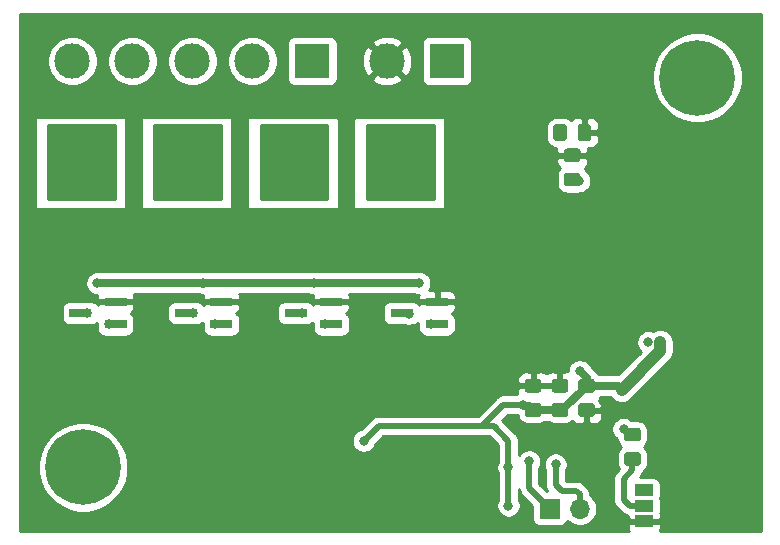
<source format=gbr>
G04 #@! TF.GenerationSoftware,KiCad,Pcbnew,(5.1.5)-3*
G04 #@! TF.CreationDate,2020-11-24T12:16:53+03:00*
G04 #@! TF.ProjectId,fast-pwm,66617374-2d70-4776-9d2e-6b696361645f,rev?*
G04 #@! TF.SameCoordinates,Original*
G04 #@! TF.FileFunction,Copper,L2,Bot*
G04 #@! TF.FilePolarity,Positive*
%FSLAX46Y46*%
G04 Gerber Fmt 4.6, Leading zero omitted, Abs format (unit mm)*
G04 Created by KiCad (PCBNEW (5.1.5)-3) date 2020-11-24 12:16:53*
%MOMM*%
%LPD*%
G04 APERTURE LIST*
%ADD10C,0.800000*%
%ADD11C,6.400000*%
%ADD12O,1.700000X1.700000*%
%ADD13R,1.700000X1.700000*%
%ADD14R,1.500000X1.000000*%
%ADD15C,3.000000*%
%ADD16R,3.000000X3.000000*%
%ADD17C,0.100000*%
%ADD18R,1.900000X0.800000*%
%ADD19C,0.500000*%
%ADD20C,0.500000*%
%ADD21C,0.700000*%
%ADD22C,1.000000*%
%ADD23C,0.250000*%
%ADD24C,0.254000*%
G04 APERTURE END LIST*
D10*
X34697056Y-154302944D03*
X33000000Y-153600000D03*
X31302944Y-154302944D03*
X30600000Y-156000000D03*
X31302944Y-157697056D03*
X33000000Y-158400000D03*
X34697056Y-157697056D03*
X35400000Y-156000000D03*
D11*
X33000000Y-156000000D03*
D10*
X86697056Y-121302944D03*
X85000000Y-120600000D03*
X83302944Y-121302944D03*
X82600000Y-123000000D03*
X83302944Y-124697056D03*
X85000000Y-125400000D03*
X86697056Y-124697056D03*
X87400000Y-123000000D03*
D11*
X85000000Y-123000000D03*
D12*
X75040000Y-159500000D03*
D13*
X72500000Y-159500000D03*
D14*
X80500000Y-157950000D03*
X80500000Y-159250000D03*
X80500000Y-160550000D03*
D15*
X32080000Y-121600000D03*
X37160000Y-121600000D03*
D16*
X52400000Y-121600000D03*
D15*
X42240000Y-121600000D03*
X47320000Y-121600000D03*
X58720000Y-121600000D03*
D16*
X63800000Y-121600000D03*
G04 #@! TA.AperFunction,SMDPad,CuDef*
D17*
G36*
X73826775Y-148520974D02*
G01*
X73851043Y-148524574D01*
X73874842Y-148530535D01*
X73897941Y-148538800D01*
X73920120Y-148549290D01*
X73941163Y-148561902D01*
X73960869Y-148576517D01*
X73979047Y-148592993D01*
X73995523Y-148611171D01*
X74010138Y-148630877D01*
X74022750Y-148651920D01*
X74033240Y-148674099D01*
X74041505Y-148697198D01*
X74047466Y-148720997D01*
X74051066Y-148745265D01*
X74052270Y-148769769D01*
X74052270Y-149419771D01*
X74051066Y-149444275D01*
X74047466Y-149468543D01*
X74041505Y-149492342D01*
X74033240Y-149515441D01*
X74022750Y-149537620D01*
X74010138Y-149558663D01*
X73995523Y-149578369D01*
X73979047Y-149596547D01*
X73960869Y-149613023D01*
X73941163Y-149627638D01*
X73920120Y-149640250D01*
X73897941Y-149650740D01*
X73874842Y-149659005D01*
X73851043Y-149664966D01*
X73826775Y-149668566D01*
X73802271Y-149669770D01*
X72902269Y-149669770D01*
X72877765Y-149668566D01*
X72853497Y-149664966D01*
X72829698Y-149659005D01*
X72806599Y-149650740D01*
X72784420Y-149640250D01*
X72763377Y-149627638D01*
X72743671Y-149613023D01*
X72725493Y-149596547D01*
X72709017Y-149578369D01*
X72694402Y-149558663D01*
X72681790Y-149537620D01*
X72671300Y-149515441D01*
X72663035Y-149492342D01*
X72657074Y-149468543D01*
X72653474Y-149444275D01*
X72652270Y-149419771D01*
X72652270Y-148769769D01*
X72653474Y-148745265D01*
X72657074Y-148720997D01*
X72663035Y-148697198D01*
X72671300Y-148674099D01*
X72681790Y-148651920D01*
X72694402Y-148630877D01*
X72709017Y-148611171D01*
X72725493Y-148592993D01*
X72743671Y-148576517D01*
X72763377Y-148561902D01*
X72784420Y-148549290D01*
X72806599Y-148538800D01*
X72829698Y-148530535D01*
X72853497Y-148524574D01*
X72877765Y-148520974D01*
X72902269Y-148519770D01*
X73802271Y-148519770D01*
X73826775Y-148520974D01*
G37*
G04 #@! TD.AperFunction*
G04 #@! TA.AperFunction,SMDPad,CuDef*
G36*
X73826775Y-150570974D02*
G01*
X73851043Y-150574574D01*
X73874842Y-150580535D01*
X73897941Y-150588800D01*
X73920120Y-150599290D01*
X73941163Y-150611902D01*
X73960869Y-150626517D01*
X73979047Y-150642993D01*
X73995523Y-150661171D01*
X74010138Y-150680877D01*
X74022750Y-150701920D01*
X74033240Y-150724099D01*
X74041505Y-150747198D01*
X74047466Y-150770997D01*
X74051066Y-150795265D01*
X74052270Y-150819769D01*
X74052270Y-151469771D01*
X74051066Y-151494275D01*
X74047466Y-151518543D01*
X74041505Y-151542342D01*
X74033240Y-151565441D01*
X74022750Y-151587620D01*
X74010138Y-151608663D01*
X73995523Y-151628369D01*
X73979047Y-151646547D01*
X73960869Y-151663023D01*
X73941163Y-151677638D01*
X73920120Y-151690250D01*
X73897941Y-151700740D01*
X73874842Y-151709005D01*
X73851043Y-151714966D01*
X73826775Y-151718566D01*
X73802271Y-151719770D01*
X72902269Y-151719770D01*
X72877765Y-151718566D01*
X72853497Y-151714966D01*
X72829698Y-151709005D01*
X72806599Y-151700740D01*
X72784420Y-151690250D01*
X72763377Y-151677638D01*
X72743671Y-151663023D01*
X72725493Y-151646547D01*
X72709017Y-151628369D01*
X72694402Y-151608663D01*
X72681790Y-151587620D01*
X72671300Y-151565441D01*
X72663035Y-151542342D01*
X72657074Y-151518543D01*
X72653474Y-151494275D01*
X72652270Y-151469771D01*
X72652270Y-150819769D01*
X72653474Y-150795265D01*
X72657074Y-150770997D01*
X72663035Y-150747198D01*
X72671300Y-150724099D01*
X72681790Y-150701920D01*
X72694402Y-150680877D01*
X72709017Y-150661171D01*
X72725493Y-150642993D01*
X72743671Y-150626517D01*
X72763377Y-150611902D01*
X72784420Y-150599290D01*
X72806599Y-150588800D01*
X72829698Y-150580535D01*
X72853497Y-150574574D01*
X72877765Y-150570974D01*
X72902269Y-150569770D01*
X73802271Y-150569770D01*
X73826775Y-150570974D01*
G37*
G04 #@! TD.AperFunction*
G04 #@! TA.AperFunction,SMDPad,CuDef*
G36*
X79974505Y-152651204D02*
G01*
X79998773Y-152654804D01*
X80022572Y-152660765D01*
X80045671Y-152669030D01*
X80067850Y-152679520D01*
X80088893Y-152692132D01*
X80108599Y-152706747D01*
X80126777Y-152723223D01*
X80143253Y-152741401D01*
X80157868Y-152761107D01*
X80170480Y-152782150D01*
X80180970Y-152804329D01*
X80189235Y-152827428D01*
X80195196Y-152851227D01*
X80198796Y-152875495D01*
X80200000Y-152899999D01*
X80200000Y-153550001D01*
X80198796Y-153574505D01*
X80195196Y-153598773D01*
X80189235Y-153622572D01*
X80180970Y-153645671D01*
X80170480Y-153667850D01*
X80157868Y-153688893D01*
X80143253Y-153708599D01*
X80126777Y-153726777D01*
X80108599Y-153743253D01*
X80088893Y-153757868D01*
X80067850Y-153770480D01*
X80045671Y-153780970D01*
X80022572Y-153789235D01*
X79998773Y-153795196D01*
X79974505Y-153798796D01*
X79950001Y-153800000D01*
X79049999Y-153800000D01*
X79025495Y-153798796D01*
X79001227Y-153795196D01*
X78977428Y-153789235D01*
X78954329Y-153780970D01*
X78932150Y-153770480D01*
X78911107Y-153757868D01*
X78891401Y-153743253D01*
X78873223Y-153726777D01*
X78856747Y-153708599D01*
X78842132Y-153688893D01*
X78829520Y-153667850D01*
X78819030Y-153645671D01*
X78810765Y-153622572D01*
X78804804Y-153598773D01*
X78801204Y-153574505D01*
X78800000Y-153550001D01*
X78800000Y-152899999D01*
X78801204Y-152875495D01*
X78804804Y-152851227D01*
X78810765Y-152827428D01*
X78819030Y-152804329D01*
X78829520Y-152782150D01*
X78842132Y-152761107D01*
X78856747Y-152741401D01*
X78873223Y-152723223D01*
X78891401Y-152706747D01*
X78911107Y-152692132D01*
X78932150Y-152679520D01*
X78954329Y-152669030D01*
X78977428Y-152660765D01*
X79001227Y-152654804D01*
X79025495Y-152651204D01*
X79049999Y-152650000D01*
X79950001Y-152650000D01*
X79974505Y-152651204D01*
G37*
G04 #@! TD.AperFunction*
G04 #@! TA.AperFunction,SMDPad,CuDef*
G36*
X79974505Y-154701204D02*
G01*
X79998773Y-154704804D01*
X80022572Y-154710765D01*
X80045671Y-154719030D01*
X80067850Y-154729520D01*
X80088893Y-154742132D01*
X80108599Y-154756747D01*
X80126777Y-154773223D01*
X80143253Y-154791401D01*
X80157868Y-154811107D01*
X80170480Y-154832150D01*
X80180970Y-154854329D01*
X80189235Y-154877428D01*
X80195196Y-154901227D01*
X80198796Y-154925495D01*
X80200000Y-154949999D01*
X80200000Y-155600001D01*
X80198796Y-155624505D01*
X80195196Y-155648773D01*
X80189235Y-155672572D01*
X80180970Y-155695671D01*
X80170480Y-155717850D01*
X80157868Y-155738893D01*
X80143253Y-155758599D01*
X80126777Y-155776777D01*
X80108599Y-155793253D01*
X80088893Y-155807868D01*
X80067850Y-155820480D01*
X80045671Y-155830970D01*
X80022572Y-155839235D01*
X79998773Y-155845196D01*
X79974505Y-155848796D01*
X79950001Y-155850000D01*
X79049999Y-155850000D01*
X79025495Y-155848796D01*
X79001227Y-155845196D01*
X78977428Y-155839235D01*
X78954329Y-155830970D01*
X78932150Y-155820480D01*
X78911107Y-155807868D01*
X78891401Y-155793253D01*
X78873223Y-155776777D01*
X78856747Y-155758599D01*
X78842132Y-155738893D01*
X78829520Y-155717850D01*
X78819030Y-155695671D01*
X78810765Y-155672572D01*
X78804804Y-155648773D01*
X78801204Y-155624505D01*
X78800000Y-155600001D01*
X78800000Y-154949999D01*
X78801204Y-154925495D01*
X78804804Y-154901227D01*
X78810765Y-154877428D01*
X78819030Y-154854329D01*
X78829520Y-154832150D01*
X78842132Y-154811107D01*
X78856747Y-154791401D01*
X78873223Y-154773223D01*
X78891401Y-154756747D01*
X78911107Y-154742132D01*
X78932150Y-154729520D01*
X78954329Y-154719030D01*
X78977428Y-154710765D01*
X79001227Y-154704804D01*
X79025495Y-154701204D01*
X79049999Y-154700000D01*
X79950001Y-154700000D01*
X79974505Y-154701204D01*
G37*
G04 #@! TD.AperFunction*
G04 #@! TA.AperFunction,SMDPad,CuDef*
G36*
X76089517Y-150570974D02*
G01*
X76113785Y-150574574D01*
X76137584Y-150580535D01*
X76160683Y-150588800D01*
X76182862Y-150599290D01*
X76203905Y-150611902D01*
X76223611Y-150626517D01*
X76241789Y-150642993D01*
X76258265Y-150661171D01*
X76272880Y-150680877D01*
X76285492Y-150701920D01*
X76295982Y-150724099D01*
X76304247Y-150747198D01*
X76310208Y-150770997D01*
X76313808Y-150795265D01*
X76315012Y-150819769D01*
X76315012Y-151469771D01*
X76313808Y-151494275D01*
X76310208Y-151518543D01*
X76304247Y-151542342D01*
X76295982Y-151565441D01*
X76285492Y-151587620D01*
X76272880Y-151608663D01*
X76258265Y-151628369D01*
X76241789Y-151646547D01*
X76223611Y-151663023D01*
X76203905Y-151677638D01*
X76182862Y-151690250D01*
X76160683Y-151700740D01*
X76137584Y-151709005D01*
X76113785Y-151714966D01*
X76089517Y-151718566D01*
X76065013Y-151719770D01*
X75165011Y-151719770D01*
X75140507Y-151718566D01*
X75116239Y-151714966D01*
X75092440Y-151709005D01*
X75069341Y-151700740D01*
X75047162Y-151690250D01*
X75026119Y-151677638D01*
X75006413Y-151663023D01*
X74988235Y-151646547D01*
X74971759Y-151628369D01*
X74957144Y-151608663D01*
X74944532Y-151587620D01*
X74934042Y-151565441D01*
X74925777Y-151542342D01*
X74919816Y-151518543D01*
X74916216Y-151494275D01*
X74915012Y-151469771D01*
X74915012Y-150819769D01*
X74916216Y-150795265D01*
X74919816Y-150770997D01*
X74925777Y-150747198D01*
X74934042Y-150724099D01*
X74944532Y-150701920D01*
X74957144Y-150680877D01*
X74971759Y-150661171D01*
X74988235Y-150642993D01*
X75006413Y-150626517D01*
X75026119Y-150611902D01*
X75047162Y-150599290D01*
X75069341Y-150588800D01*
X75092440Y-150580535D01*
X75116239Y-150574574D01*
X75140507Y-150570974D01*
X75165011Y-150569770D01*
X76065013Y-150569770D01*
X76089517Y-150570974D01*
G37*
G04 #@! TD.AperFunction*
G04 #@! TA.AperFunction,SMDPad,CuDef*
G36*
X76089517Y-148520974D02*
G01*
X76113785Y-148524574D01*
X76137584Y-148530535D01*
X76160683Y-148538800D01*
X76182862Y-148549290D01*
X76203905Y-148561902D01*
X76223611Y-148576517D01*
X76241789Y-148592993D01*
X76258265Y-148611171D01*
X76272880Y-148630877D01*
X76285492Y-148651920D01*
X76295982Y-148674099D01*
X76304247Y-148697198D01*
X76310208Y-148720997D01*
X76313808Y-148745265D01*
X76315012Y-148769769D01*
X76315012Y-149419771D01*
X76313808Y-149444275D01*
X76310208Y-149468543D01*
X76304247Y-149492342D01*
X76295982Y-149515441D01*
X76285492Y-149537620D01*
X76272880Y-149558663D01*
X76258265Y-149578369D01*
X76241789Y-149596547D01*
X76223611Y-149613023D01*
X76203905Y-149627638D01*
X76182862Y-149640250D01*
X76160683Y-149650740D01*
X76137584Y-149659005D01*
X76113785Y-149664966D01*
X76089517Y-149668566D01*
X76065013Y-149669770D01*
X75165011Y-149669770D01*
X75140507Y-149668566D01*
X75116239Y-149664966D01*
X75092440Y-149659005D01*
X75069341Y-149650740D01*
X75047162Y-149640250D01*
X75026119Y-149627638D01*
X75006413Y-149613023D01*
X74988235Y-149596547D01*
X74971759Y-149578369D01*
X74957144Y-149558663D01*
X74944532Y-149537620D01*
X74934042Y-149515441D01*
X74925777Y-149492342D01*
X74919816Y-149468543D01*
X74916216Y-149444275D01*
X74915012Y-149419771D01*
X74915012Y-148769769D01*
X74916216Y-148745265D01*
X74919816Y-148720997D01*
X74925777Y-148697198D01*
X74934042Y-148674099D01*
X74944532Y-148651920D01*
X74957144Y-148630877D01*
X74971759Y-148611171D01*
X74988235Y-148592993D01*
X75006413Y-148576517D01*
X75026119Y-148561902D01*
X75047162Y-148549290D01*
X75069341Y-148538800D01*
X75092440Y-148530535D01*
X75116239Y-148524574D01*
X75140507Y-148520974D01*
X75165011Y-148519770D01*
X76065013Y-148519770D01*
X76089517Y-148520974D01*
G37*
G04 #@! TD.AperFunction*
G04 #@! TA.AperFunction,SMDPad,CuDef*
G36*
X71564034Y-148520974D02*
G01*
X71588302Y-148524574D01*
X71612101Y-148530535D01*
X71635200Y-148538800D01*
X71657379Y-148549290D01*
X71678422Y-148561902D01*
X71698128Y-148576517D01*
X71716306Y-148592993D01*
X71732782Y-148611171D01*
X71747397Y-148630877D01*
X71760009Y-148651920D01*
X71770499Y-148674099D01*
X71778764Y-148697198D01*
X71784725Y-148720997D01*
X71788325Y-148745265D01*
X71789529Y-148769769D01*
X71789529Y-149419771D01*
X71788325Y-149444275D01*
X71784725Y-149468543D01*
X71778764Y-149492342D01*
X71770499Y-149515441D01*
X71760009Y-149537620D01*
X71747397Y-149558663D01*
X71732782Y-149578369D01*
X71716306Y-149596547D01*
X71698128Y-149613023D01*
X71678422Y-149627638D01*
X71657379Y-149640250D01*
X71635200Y-149650740D01*
X71612101Y-149659005D01*
X71588302Y-149664966D01*
X71564034Y-149668566D01*
X71539530Y-149669770D01*
X70639528Y-149669770D01*
X70615024Y-149668566D01*
X70590756Y-149664966D01*
X70566957Y-149659005D01*
X70543858Y-149650740D01*
X70521679Y-149640250D01*
X70500636Y-149627638D01*
X70480930Y-149613023D01*
X70462752Y-149596547D01*
X70446276Y-149578369D01*
X70431661Y-149558663D01*
X70419049Y-149537620D01*
X70408559Y-149515441D01*
X70400294Y-149492342D01*
X70394333Y-149468543D01*
X70390733Y-149444275D01*
X70389529Y-149419771D01*
X70389529Y-148769769D01*
X70390733Y-148745265D01*
X70394333Y-148720997D01*
X70400294Y-148697198D01*
X70408559Y-148674099D01*
X70419049Y-148651920D01*
X70431661Y-148630877D01*
X70446276Y-148611171D01*
X70462752Y-148592993D01*
X70480930Y-148576517D01*
X70500636Y-148561902D01*
X70521679Y-148549290D01*
X70543858Y-148538800D01*
X70566957Y-148530535D01*
X70590756Y-148524574D01*
X70615024Y-148520974D01*
X70639528Y-148519770D01*
X71539530Y-148519770D01*
X71564034Y-148520974D01*
G37*
G04 #@! TD.AperFunction*
G04 #@! TA.AperFunction,SMDPad,CuDef*
G36*
X71564034Y-150570974D02*
G01*
X71588302Y-150574574D01*
X71612101Y-150580535D01*
X71635200Y-150588800D01*
X71657379Y-150599290D01*
X71678422Y-150611902D01*
X71698128Y-150626517D01*
X71716306Y-150642993D01*
X71732782Y-150661171D01*
X71747397Y-150680877D01*
X71760009Y-150701920D01*
X71770499Y-150724099D01*
X71778764Y-150747198D01*
X71784725Y-150770997D01*
X71788325Y-150795265D01*
X71789529Y-150819769D01*
X71789529Y-151469771D01*
X71788325Y-151494275D01*
X71784725Y-151518543D01*
X71778764Y-151542342D01*
X71770499Y-151565441D01*
X71760009Y-151587620D01*
X71747397Y-151608663D01*
X71732782Y-151628369D01*
X71716306Y-151646547D01*
X71698128Y-151663023D01*
X71678422Y-151677638D01*
X71657379Y-151690250D01*
X71635200Y-151700740D01*
X71612101Y-151709005D01*
X71588302Y-151714966D01*
X71564034Y-151718566D01*
X71539530Y-151719770D01*
X70639528Y-151719770D01*
X70615024Y-151718566D01*
X70590756Y-151714966D01*
X70566957Y-151709005D01*
X70543858Y-151700740D01*
X70521679Y-151690250D01*
X70500636Y-151677638D01*
X70480930Y-151663023D01*
X70462752Y-151646547D01*
X70446276Y-151628369D01*
X70431661Y-151608663D01*
X70419049Y-151587620D01*
X70408559Y-151565441D01*
X70400294Y-151542342D01*
X70394333Y-151518543D01*
X70390733Y-151494275D01*
X70389529Y-151469771D01*
X70389529Y-150819769D01*
X70390733Y-150795265D01*
X70394333Y-150770997D01*
X70400294Y-150747198D01*
X70408559Y-150724099D01*
X70419049Y-150701920D01*
X70431661Y-150680877D01*
X70446276Y-150661171D01*
X70462752Y-150642993D01*
X70480930Y-150626517D01*
X70500636Y-150611902D01*
X70521679Y-150599290D01*
X70543858Y-150588800D01*
X70566957Y-150580535D01*
X70590756Y-150574574D01*
X70615024Y-150570974D01*
X70639528Y-150569770D01*
X71539530Y-150569770D01*
X71564034Y-150570974D01*
G37*
G04 #@! TD.AperFunction*
D18*
X59950000Y-142950000D03*
X62950000Y-143900000D03*
X62950000Y-142000000D03*
X51000000Y-142950000D03*
X54000000Y-143900000D03*
X54000000Y-142000000D03*
X41700000Y-142950000D03*
X44700000Y-143900000D03*
X44700000Y-142000000D03*
X32750000Y-142950000D03*
X35750000Y-143900000D03*
X35750000Y-142000000D03*
G04 #@! TA.AperFunction,SMDPad,CuDef*
D17*
G36*
X73724505Y-126951204D02*
G01*
X73748773Y-126954804D01*
X73772572Y-126960765D01*
X73795671Y-126969030D01*
X73817850Y-126979520D01*
X73838893Y-126992132D01*
X73858599Y-127006747D01*
X73876777Y-127023223D01*
X73893253Y-127041401D01*
X73907868Y-127061107D01*
X73920480Y-127082150D01*
X73930970Y-127104329D01*
X73939235Y-127127428D01*
X73945196Y-127151227D01*
X73948796Y-127175495D01*
X73950000Y-127199999D01*
X73950000Y-128100001D01*
X73948796Y-128124505D01*
X73945196Y-128148773D01*
X73939235Y-128172572D01*
X73930970Y-128195671D01*
X73920480Y-128217850D01*
X73907868Y-128238893D01*
X73893253Y-128258599D01*
X73876777Y-128276777D01*
X73858599Y-128293253D01*
X73838893Y-128307868D01*
X73817850Y-128320480D01*
X73795671Y-128330970D01*
X73772572Y-128339235D01*
X73748773Y-128345196D01*
X73724505Y-128348796D01*
X73700001Y-128350000D01*
X73049999Y-128350000D01*
X73025495Y-128348796D01*
X73001227Y-128345196D01*
X72977428Y-128339235D01*
X72954329Y-128330970D01*
X72932150Y-128320480D01*
X72911107Y-128307868D01*
X72891401Y-128293253D01*
X72873223Y-128276777D01*
X72856747Y-128258599D01*
X72842132Y-128238893D01*
X72829520Y-128217850D01*
X72819030Y-128195671D01*
X72810765Y-128172572D01*
X72804804Y-128148773D01*
X72801204Y-128124505D01*
X72800000Y-128100001D01*
X72800000Y-127199999D01*
X72801204Y-127175495D01*
X72804804Y-127151227D01*
X72810765Y-127127428D01*
X72819030Y-127104329D01*
X72829520Y-127082150D01*
X72842132Y-127061107D01*
X72856747Y-127041401D01*
X72873223Y-127023223D01*
X72891401Y-127006747D01*
X72911107Y-126992132D01*
X72932150Y-126979520D01*
X72954329Y-126969030D01*
X72977428Y-126960765D01*
X73001227Y-126954804D01*
X73025495Y-126951204D01*
X73049999Y-126950000D01*
X73700001Y-126950000D01*
X73724505Y-126951204D01*
G37*
G04 #@! TD.AperFunction*
G04 #@! TA.AperFunction,SMDPad,CuDef*
G36*
X75774505Y-126951204D02*
G01*
X75798773Y-126954804D01*
X75822572Y-126960765D01*
X75845671Y-126969030D01*
X75867850Y-126979520D01*
X75888893Y-126992132D01*
X75908599Y-127006747D01*
X75926777Y-127023223D01*
X75943253Y-127041401D01*
X75957868Y-127061107D01*
X75970480Y-127082150D01*
X75980970Y-127104329D01*
X75989235Y-127127428D01*
X75995196Y-127151227D01*
X75998796Y-127175495D01*
X76000000Y-127199999D01*
X76000000Y-128100001D01*
X75998796Y-128124505D01*
X75995196Y-128148773D01*
X75989235Y-128172572D01*
X75980970Y-128195671D01*
X75970480Y-128217850D01*
X75957868Y-128238893D01*
X75943253Y-128258599D01*
X75926777Y-128276777D01*
X75908599Y-128293253D01*
X75888893Y-128307868D01*
X75867850Y-128320480D01*
X75845671Y-128330970D01*
X75822572Y-128339235D01*
X75798773Y-128345196D01*
X75774505Y-128348796D01*
X75750001Y-128350000D01*
X75099999Y-128350000D01*
X75075495Y-128348796D01*
X75051227Y-128345196D01*
X75027428Y-128339235D01*
X75004329Y-128330970D01*
X74982150Y-128320480D01*
X74961107Y-128307868D01*
X74941401Y-128293253D01*
X74923223Y-128276777D01*
X74906747Y-128258599D01*
X74892132Y-128238893D01*
X74879520Y-128217850D01*
X74869030Y-128195671D01*
X74860765Y-128172572D01*
X74854804Y-128148773D01*
X74851204Y-128124505D01*
X74850000Y-128100001D01*
X74850000Y-127199999D01*
X74851204Y-127175495D01*
X74854804Y-127151227D01*
X74860765Y-127127428D01*
X74869030Y-127104329D01*
X74879520Y-127082150D01*
X74892132Y-127061107D01*
X74906747Y-127041401D01*
X74923223Y-127023223D01*
X74941401Y-127006747D01*
X74961107Y-126992132D01*
X74982150Y-126979520D01*
X75004329Y-126969030D01*
X75027428Y-126960765D01*
X75051227Y-126954804D01*
X75075495Y-126951204D01*
X75099999Y-126950000D01*
X75750001Y-126950000D01*
X75774505Y-126951204D01*
G37*
G04 #@! TD.AperFunction*
G04 #@! TA.AperFunction,SMDPad,CuDef*
G36*
X74874505Y-129001204D02*
G01*
X74898773Y-129004804D01*
X74922572Y-129010765D01*
X74945671Y-129019030D01*
X74967850Y-129029520D01*
X74988893Y-129042132D01*
X75008599Y-129056747D01*
X75026777Y-129073223D01*
X75043253Y-129091401D01*
X75057868Y-129111107D01*
X75070480Y-129132150D01*
X75080970Y-129154329D01*
X75089235Y-129177428D01*
X75095196Y-129201227D01*
X75098796Y-129225495D01*
X75100000Y-129249999D01*
X75100000Y-129900001D01*
X75098796Y-129924505D01*
X75095196Y-129948773D01*
X75089235Y-129972572D01*
X75080970Y-129995671D01*
X75070480Y-130017850D01*
X75057868Y-130038893D01*
X75043253Y-130058599D01*
X75026777Y-130076777D01*
X75008599Y-130093253D01*
X74988893Y-130107868D01*
X74967850Y-130120480D01*
X74945671Y-130130970D01*
X74922572Y-130139235D01*
X74898773Y-130145196D01*
X74874505Y-130148796D01*
X74850001Y-130150000D01*
X73949999Y-130150000D01*
X73925495Y-130148796D01*
X73901227Y-130145196D01*
X73877428Y-130139235D01*
X73854329Y-130130970D01*
X73832150Y-130120480D01*
X73811107Y-130107868D01*
X73791401Y-130093253D01*
X73773223Y-130076777D01*
X73756747Y-130058599D01*
X73742132Y-130038893D01*
X73729520Y-130017850D01*
X73719030Y-129995671D01*
X73710765Y-129972572D01*
X73704804Y-129948773D01*
X73701204Y-129924505D01*
X73700000Y-129900001D01*
X73700000Y-129249999D01*
X73701204Y-129225495D01*
X73704804Y-129201227D01*
X73710765Y-129177428D01*
X73719030Y-129154329D01*
X73729520Y-129132150D01*
X73742132Y-129111107D01*
X73756747Y-129091401D01*
X73773223Y-129073223D01*
X73791401Y-129056747D01*
X73811107Y-129042132D01*
X73832150Y-129029520D01*
X73854329Y-129019030D01*
X73877428Y-129010765D01*
X73901227Y-129004804D01*
X73925495Y-129001204D01*
X73949999Y-129000000D01*
X74850001Y-129000000D01*
X74874505Y-129001204D01*
G37*
G04 #@! TD.AperFunction*
G04 #@! TA.AperFunction,SMDPad,CuDef*
G36*
X74874505Y-131051204D02*
G01*
X74898773Y-131054804D01*
X74922572Y-131060765D01*
X74945671Y-131069030D01*
X74967850Y-131079520D01*
X74988893Y-131092132D01*
X75008599Y-131106747D01*
X75026777Y-131123223D01*
X75043253Y-131141401D01*
X75057868Y-131161107D01*
X75070480Y-131182150D01*
X75080970Y-131204329D01*
X75089235Y-131227428D01*
X75095196Y-131251227D01*
X75098796Y-131275495D01*
X75100000Y-131299999D01*
X75100000Y-131950001D01*
X75098796Y-131974505D01*
X75095196Y-131998773D01*
X75089235Y-132022572D01*
X75080970Y-132045671D01*
X75070480Y-132067850D01*
X75057868Y-132088893D01*
X75043253Y-132108599D01*
X75026777Y-132126777D01*
X75008599Y-132143253D01*
X74988893Y-132157868D01*
X74967850Y-132170480D01*
X74945671Y-132180970D01*
X74922572Y-132189235D01*
X74898773Y-132195196D01*
X74874505Y-132198796D01*
X74850001Y-132200000D01*
X73949999Y-132200000D01*
X73925495Y-132198796D01*
X73901227Y-132195196D01*
X73877428Y-132189235D01*
X73854329Y-132180970D01*
X73832150Y-132170480D01*
X73811107Y-132157868D01*
X73791401Y-132143253D01*
X73773223Y-132126777D01*
X73756747Y-132108599D01*
X73742132Y-132088893D01*
X73729520Y-132067850D01*
X73719030Y-132045671D01*
X73710765Y-132022572D01*
X73704804Y-131998773D01*
X73701204Y-131974505D01*
X73700000Y-131950001D01*
X73700000Y-131299999D01*
X73701204Y-131275495D01*
X73704804Y-131251227D01*
X73710765Y-131227428D01*
X73719030Y-131204329D01*
X73729520Y-131182150D01*
X73742132Y-131161107D01*
X73756747Y-131141401D01*
X73773223Y-131123223D01*
X73791401Y-131106747D01*
X73811107Y-131092132D01*
X73832150Y-131079520D01*
X73854329Y-131069030D01*
X73877428Y-131060765D01*
X73901227Y-131054804D01*
X73925495Y-131051204D01*
X73949999Y-131050000D01*
X74850001Y-131050000D01*
X74874505Y-131051204D01*
G37*
G04 #@! TD.AperFunction*
D10*
X80500000Y-158000000D03*
X70241000Y-150685456D03*
X34200000Y-140400000D03*
X43150000Y-140400000D03*
X52500000Y-140400000D03*
X61450000Y-140400000D03*
X78584860Y-149412664D03*
X75049327Y-147857029D03*
X80850000Y-145400000D03*
X81850000Y-145400000D03*
X69000000Y-156000000D03*
X69000000Y-159250000D03*
X56750000Y-153750000D03*
X83000000Y-156250000D03*
X58250000Y-154000000D03*
X43750000Y-154000000D03*
X77029226Y-150402613D03*
X68000000Y-149500000D03*
X76750000Y-122050000D03*
X75750000Y-122050000D03*
X74750000Y-122050000D03*
X86700000Y-145400000D03*
X87700000Y-145400000D03*
X88700000Y-145400000D03*
X69000000Y-138400000D03*
X70000000Y-138400000D03*
X71000000Y-138400000D03*
X76800000Y-130400000D03*
X66100000Y-127650000D03*
X62150000Y-136000000D03*
X62150000Y-137050000D03*
X53100000Y-136000000D03*
X44150000Y-135950000D03*
X35100000Y-135900000D03*
X53138900Y-137113600D03*
X44134600Y-137100900D03*
X35130300Y-137088200D03*
X75000000Y-131750000D03*
X33300000Y-142950000D03*
X35200000Y-143900000D03*
X42250000Y-142950000D03*
X44150000Y-143900000D03*
X51550000Y-142950000D03*
X53450000Y-143900000D03*
X60550000Y-143000000D03*
X62400000Y-143900000D03*
X73375000Y-127650000D03*
X73000000Y-155750000D03*
X70750000Y-155500000D03*
D19*
X30500000Y-131600000D03*
X32900000Y-132800000D03*
X32900000Y-130400000D03*
X31700000Y-132800000D03*
X34100000Y-130400000D03*
X32900000Y-131600000D03*
X32900000Y-128000000D03*
X32900000Y-129200000D03*
X35300000Y-129200000D03*
X30500000Y-130400000D03*
X31700000Y-131600000D03*
X34100000Y-128000000D03*
X30500000Y-132800000D03*
X35300000Y-132800000D03*
X30500000Y-128000000D03*
X34100000Y-129200000D03*
X30500000Y-129200000D03*
X35300000Y-130400000D03*
X31700000Y-130400000D03*
X34100000Y-131600000D03*
X31700000Y-128000000D03*
X35300000Y-131600000D03*
X31700000Y-129200000D03*
X34100000Y-132800000D03*
X35300000Y-128000000D03*
X39500000Y-131600000D03*
X41900000Y-132800000D03*
X41900000Y-130400000D03*
X40700000Y-132800000D03*
X43100000Y-130400000D03*
X41900000Y-131600000D03*
X41900000Y-128000000D03*
X41900000Y-129200000D03*
X44300000Y-129200000D03*
X39500000Y-130400000D03*
X40700000Y-131600000D03*
X43100000Y-128000000D03*
X39500000Y-132800000D03*
X44300000Y-132800000D03*
X39500000Y-128000000D03*
X43100000Y-129200000D03*
X39500000Y-129200000D03*
X44300000Y-130400000D03*
X40700000Y-130400000D03*
X43100000Y-131600000D03*
X40700000Y-128000000D03*
X44300000Y-131600000D03*
X40700000Y-129200000D03*
X43100000Y-132800000D03*
X44300000Y-128000000D03*
X48500000Y-131600000D03*
X50900000Y-132800000D03*
X50900000Y-130400000D03*
X49700000Y-132800000D03*
X52100000Y-130400000D03*
X50900000Y-131600000D03*
X50900000Y-128000000D03*
X50900000Y-129200000D03*
X53300000Y-129200000D03*
X48500000Y-130400000D03*
X49700000Y-131600000D03*
X52100000Y-128000000D03*
X48500000Y-132800000D03*
X53300000Y-132800000D03*
X48500000Y-128000000D03*
X52100000Y-129200000D03*
X48500000Y-129200000D03*
X53300000Y-130400000D03*
X49700000Y-130400000D03*
X52100000Y-131600000D03*
X49700000Y-128000000D03*
X53300000Y-131600000D03*
X49700000Y-129200000D03*
X52100000Y-132800000D03*
X53300000Y-128000000D03*
X57500000Y-131600000D03*
X59900000Y-132800000D03*
X59900000Y-130400000D03*
X58700000Y-132800000D03*
X61100000Y-130400000D03*
X59900000Y-131600000D03*
X59900000Y-128000000D03*
X59900000Y-129200000D03*
X62300000Y-129200000D03*
X57500000Y-130400000D03*
X58700000Y-131600000D03*
X61100000Y-128000000D03*
X57500000Y-132800000D03*
X62300000Y-132800000D03*
X57500000Y-128000000D03*
X61100000Y-129200000D03*
X57500000Y-129200000D03*
X62300000Y-130400000D03*
X58700000Y-130400000D03*
X61100000Y-131600000D03*
X58700000Y-128000000D03*
X62300000Y-131600000D03*
X58700000Y-129200000D03*
X61100000Y-132800000D03*
X62300000Y-128000000D03*
D10*
X78750000Y-152750000D03*
D20*
X75563450Y-149043209D02*
X75473591Y-149043209D01*
X75615012Y-149094771D02*
X75563450Y-149043209D01*
X71258034Y-151144770D02*
X71089529Y-151144770D01*
D21*
X71089529Y-151144770D02*
X70771636Y-150826877D01*
X70771636Y-150826877D02*
X70382422Y-150826877D01*
D22*
X75615012Y-149094771D02*
X75579962Y-149129821D01*
D21*
X78266968Y-149094771D02*
X75615012Y-149094771D01*
X78584860Y-149412664D02*
X78266968Y-149094771D01*
X73565013Y-151144770D02*
X71089529Y-151144770D01*
X75615012Y-149094771D02*
X73565013Y-151144770D01*
X75615012Y-148422714D02*
X75615012Y-149094771D01*
X75049327Y-147857029D02*
X75615012Y-148422714D01*
X52550000Y-140400000D02*
X52500000Y-140350000D01*
X61450000Y-140350000D02*
X52550000Y-140350000D01*
X43250000Y-140350000D02*
X43150000Y-140450000D01*
X52500000Y-140350000D02*
X43250000Y-140350000D01*
X43150000Y-140350000D02*
X34200000Y-140350000D01*
D22*
X81850000Y-146147524D02*
X78584860Y-149412664D01*
X81850000Y-145400000D02*
X81850000Y-146147524D01*
D20*
X70241000Y-150685456D02*
X68564544Y-150685456D01*
X68564544Y-150685456D02*
X66750000Y-152500000D01*
X66750000Y-152500000D02*
X58000000Y-152500000D01*
X58000000Y-152500000D02*
X56750000Y-153750000D01*
X66750000Y-152500000D02*
X67750000Y-152500000D01*
X67750000Y-152500000D02*
X69000000Y-153750000D01*
X69000000Y-153750000D02*
X69000000Y-156000000D01*
X69000000Y-156000000D02*
X69000000Y-159250000D01*
X69000000Y-159250000D02*
X69000000Y-159250000D01*
X56750000Y-153750000D02*
X56750000Y-153750000D01*
D23*
X76004226Y-151144770D02*
X75615012Y-151144770D01*
D20*
X74875000Y-131625000D02*
X75000000Y-131750000D01*
X74400000Y-131625000D02*
X74875000Y-131625000D01*
X75040000Y-158290000D02*
X75040000Y-159500000D01*
X74750000Y-158000000D02*
X75040000Y-158290000D01*
X73500000Y-158000000D02*
X74750000Y-158000000D01*
X73000000Y-155750000D02*
X73000000Y-157500000D01*
X73000000Y-157500000D02*
X73500000Y-158000000D01*
X70750000Y-157750000D02*
X72500000Y-159500000D01*
X70750000Y-155500000D02*
X70750000Y-157750000D01*
X79500000Y-155275000D02*
X79500000Y-156250000D01*
X79500000Y-156250000D02*
X78750000Y-157000000D01*
X78750000Y-157000000D02*
X78750000Y-158750000D01*
X79250000Y-159250000D02*
X80500000Y-159250000D01*
X78750000Y-158750000D02*
X79250000Y-159250000D01*
D23*
X79225000Y-153225000D02*
X78750000Y-152750000D01*
X79500000Y-153225000D02*
X79225000Y-153225000D01*
D24*
G36*
X44673000Y-133273000D02*
G01*
X39027000Y-133273000D01*
X39027000Y-127027000D01*
X44673000Y-127027000D01*
X44673000Y-133273000D01*
G37*
X44673000Y-133273000D02*
X39027000Y-133273000D01*
X39027000Y-127027000D01*
X44673000Y-127027000D01*
X44673000Y-133273000D01*
G36*
X53673000Y-133273000D02*
G01*
X48027000Y-133273000D01*
X48027000Y-127027000D01*
X53673000Y-127027000D01*
X53673000Y-133273000D01*
G37*
X53673000Y-133273000D02*
X48027000Y-133273000D01*
X48027000Y-127027000D01*
X53673000Y-127027000D01*
X53673000Y-133273000D01*
G36*
X62673000Y-133273000D02*
G01*
X57027000Y-133273000D01*
X57027000Y-127027000D01*
X62673000Y-127027000D01*
X62673000Y-133273000D01*
G37*
X62673000Y-133273000D02*
X57027000Y-133273000D01*
X57027000Y-127027000D01*
X62673000Y-127027000D01*
X62673000Y-133273000D01*
G36*
X35673000Y-133273000D02*
G01*
X30027000Y-133273000D01*
X30027000Y-127027000D01*
X35673000Y-127027000D01*
X35673000Y-133273000D01*
G37*
X35673000Y-133273000D02*
X30027000Y-133273000D01*
X30027000Y-127027000D01*
X35673000Y-127027000D01*
X35673000Y-133273000D01*
G36*
X90348001Y-161348000D02*
G01*
X81810734Y-161348000D01*
X81839502Y-161294180D01*
X81875812Y-161174482D01*
X81888072Y-161050000D01*
X81885000Y-160835750D01*
X81726250Y-160677000D01*
X80627000Y-160677000D01*
X80627000Y-160697000D01*
X80373000Y-160697000D01*
X80373000Y-160677000D01*
X79273750Y-160677000D01*
X79115000Y-160835750D01*
X79111928Y-161050000D01*
X79124188Y-161174482D01*
X79160498Y-161294180D01*
X79189266Y-161348000D01*
X27652000Y-161348000D01*
X27652000Y-155623073D01*
X29173000Y-155623073D01*
X29173000Y-156376927D01*
X29320070Y-157116295D01*
X29608557Y-157812764D01*
X30027375Y-158439570D01*
X30560430Y-158972625D01*
X31187236Y-159391443D01*
X31883705Y-159679930D01*
X32623073Y-159827000D01*
X33376927Y-159827000D01*
X34116295Y-159679930D01*
X34812764Y-159391443D01*
X35439570Y-158972625D01*
X35972625Y-158439570D01*
X36391443Y-157812764D01*
X36679930Y-157116295D01*
X36827000Y-156376927D01*
X36827000Y-155623073D01*
X36679930Y-154883705D01*
X36391443Y-154187236D01*
X36031705Y-153648849D01*
X55723000Y-153648849D01*
X55723000Y-153851151D01*
X55762467Y-154049565D01*
X55839885Y-154236467D01*
X55952277Y-154404674D01*
X56095326Y-154547723D01*
X56263533Y-154660115D01*
X56450435Y-154737533D01*
X56648849Y-154777000D01*
X56851151Y-154777000D01*
X57049565Y-154737533D01*
X57236467Y-154660115D01*
X57404674Y-154547723D01*
X57547723Y-154404674D01*
X57660115Y-154236467D01*
X57737533Y-154049565D01*
X57749162Y-153991104D01*
X58363266Y-153377000D01*
X66706921Y-153377000D01*
X66750000Y-153381243D01*
X66793079Y-153377000D01*
X67386735Y-153377000D01*
X68123000Y-154113266D01*
X68123001Y-155463972D01*
X68089885Y-155513533D01*
X68012467Y-155700435D01*
X67973000Y-155898849D01*
X67973000Y-156101151D01*
X68012467Y-156299565D01*
X68089885Y-156486467D01*
X68123000Y-156536028D01*
X68123001Y-158713972D01*
X68089885Y-158763533D01*
X68012467Y-158950435D01*
X67973000Y-159148849D01*
X67973000Y-159351151D01*
X68012467Y-159549565D01*
X68089885Y-159736467D01*
X68202277Y-159904674D01*
X68345326Y-160047723D01*
X68513533Y-160160115D01*
X68700435Y-160237533D01*
X68898849Y-160277000D01*
X69101151Y-160277000D01*
X69299565Y-160237533D01*
X69486467Y-160160115D01*
X69654674Y-160047723D01*
X69797723Y-159904674D01*
X69910115Y-159736467D01*
X69987533Y-159549565D01*
X70027000Y-159351151D01*
X70027000Y-159148849D01*
X69987533Y-158950435D01*
X69910115Y-158763533D01*
X69877000Y-158713973D01*
X69877000Y-157833692D01*
X69885690Y-157921922D01*
X69935838Y-158087236D01*
X70017274Y-158239592D01*
X70099406Y-158339671D01*
X70099409Y-158339674D01*
X70126868Y-158373133D01*
X70160327Y-158400592D01*
X71019967Y-159260233D01*
X71019967Y-160350000D01*
X71032073Y-160472913D01*
X71067925Y-160591103D01*
X71126147Y-160700028D01*
X71204499Y-160795501D01*
X71299972Y-160873853D01*
X71408897Y-160932075D01*
X71527087Y-160967927D01*
X71650000Y-160980033D01*
X73350000Y-160980033D01*
X73472913Y-160967927D01*
X73591103Y-160932075D01*
X73700028Y-160873853D01*
X73795501Y-160795501D01*
X73873853Y-160700028D01*
X73932075Y-160591103D01*
X73957731Y-160506525D01*
X74098467Y-160647261D01*
X74340378Y-160808901D01*
X74609175Y-160920240D01*
X74894528Y-160977000D01*
X75185472Y-160977000D01*
X75470825Y-160920240D01*
X75739622Y-160808901D01*
X75981533Y-160647261D01*
X76187261Y-160441533D01*
X76348901Y-160199622D01*
X76460240Y-159930825D01*
X76517000Y-159645472D01*
X76517000Y-159354528D01*
X76460240Y-159069175D01*
X76348901Y-158800378D01*
X76187261Y-158558467D01*
X75981533Y-158352739D01*
X75919168Y-158311068D01*
X75921243Y-158290000D01*
X75904310Y-158118077D01*
X75854162Y-157952764D01*
X75854162Y-157952763D01*
X75772727Y-157800408D01*
X75663133Y-157666867D01*
X75629669Y-157639404D01*
X75400594Y-157410329D01*
X75373133Y-157376867D01*
X75239592Y-157267273D01*
X75087237Y-157185838D01*
X74921922Y-157135690D01*
X74876771Y-157131243D01*
X74750000Y-157118757D01*
X74706921Y-157123000D01*
X73877000Y-157123000D01*
X73877000Y-156286027D01*
X73910115Y-156236467D01*
X73987533Y-156049565D01*
X74027000Y-155851151D01*
X74027000Y-155648849D01*
X73987533Y-155450435D01*
X73910115Y-155263533D01*
X73797723Y-155095326D01*
X73654674Y-154952277D01*
X73486467Y-154839885D01*
X73299565Y-154762467D01*
X73101151Y-154723000D01*
X72898849Y-154723000D01*
X72700435Y-154762467D01*
X72513533Y-154839885D01*
X72345326Y-154952277D01*
X72202277Y-155095326D01*
X72089885Y-155263533D01*
X72012467Y-155450435D01*
X71973000Y-155648849D01*
X71973000Y-155851151D01*
X72012467Y-156049565D01*
X72089885Y-156236467D01*
X72123000Y-156286028D01*
X72123001Y-157456911D01*
X72118757Y-157500000D01*
X72135690Y-157671922D01*
X72185838Y-157837236D01*
X72267274Y-157989592D01*
X72292202Y-158019967D01*
X72260233Y-158019967D01*
X71627000Y-157386735D01*
X71627000Y-156036027D01*
X71660115Y-155986467D01*
X71737533Y-155799565D01*
X71777000Y-155601151D01*
X71777000Y-155398849D01*
X71737533Y-155200435D01*
X71660115Y-155013533D01*
X71547723Y-154845326D01*
X71404674Y-154702277D01*
X71236467Y-154589885D01*
X71049565Y-154512467D01*
X70851151Y-154473000D01*
X70648849Y-154473000D01*
X70450435Y-154512467D01*
X70263533Y-154589885D01*
X70095326Y-154702277D01*
X69952277Y-154845326D01*
X69877000Y-154957986D01*
X69877000Y-153793079D01*
X69881243Y-153750000D01*
X69864310Y-153578077D01*
X69814162Y-153412763D01*
X69788263Y-153364310D01*
X69732727Y-153260408D01*
X69703668Y-153224999D01*
X69650594Y-153160328D01*
X69650592Y-153160326D01*
X69623133Y-153126867D01*
X69589675Y-153099409D01*
X69139115Y-152648849D01*
X77723000Y-152648849D01*
X77723000Y-152851151D01*
X77762467Y-153049565D01*
X77839885Y-153236467D01*
X77952277Y-153404674D01*
X78095326Y-153547723D01*
X78174985Y-153600949D01*
X78186877Y-153721687D01*
X78236955Y-153886775D01*
X78318279Y-154038921D01*
X78427722Y-154172278D01*
X78522427Y-154250000D01*
X78427722Y-154327722D01*
X78318279Y-154461079D01*
X78236955Y-154613225D01*
X78186877Y-154778313D01*
X78169967Y-154949999D01*
X78169967Y-155600001D01*
X78186877Y-155771687D01*
X78236955Y-155936775D01*
X78318279Y-156088921D01*
X78364497Y-156145238D01*
X78160332Y-156349403D01*
X78126867Y-156376867D01*
X78017273Y-156510409D01*
X77976208Y-156587237D01*
X77935838Y-156662764D01*
X77885690Y-156828078D01*
X77868757Y-157000000D01*
X77873000Y-157043080D01*
X77873001Y-158706911D01*
X77868757Y-158750000D01*
X77885690Y-158921922D01*
X77935838Y-159087236D01*
X78017274Y-159239592D01*
X78099406Y-159339671D01*
X78099409Y-159339674D01*
X78126868Y-159373133D01*
X78160327Y-159400592D01*
X78599403Y-159839668D01*
X78626867Y-159873133D01*
X78760408Y-159982727D01*
X78882008Y-160047723D01*
X78912763Y-160064162D01*
X79078077Y-160114310D01*
X79112899Y-160117740D01*
X79115000Y-160264250D01*
X79273750Y-160423000D01*
X80373000Y-160423000D01*
X80373000Y-160403000D01*
X80627000Y-160403000D01*
X80627000Y-160423000D01*
X81726250Y-160423000D01*
X81885000Y-160264250D01*
X81888072Y-160050000D01*
X81875812Y-159925518D01*
X81863891Y-159886219D01*
X81867927Y-159872913D01*
X81880033Y-159750000D01*
X81880033Y-158750000D01*
X81867927Y-158627087D01*
X81859710Y-158600000D01*
X81867927Y-158572913D01*
X81880033Y-158450000D01*
X81880033Y-157450000D01*
X81867927Y-157327087D01*
X81832075Y-157208897D01*
X81773853Y-157099972D01*
X81695501Y-157004499D01*
X81600028Y-156926147D01*
X81491103Y-156867925D01*
X81372913Y-156832073D01*
X81250000Y-156819967D01*
X80166765Y-156819967D01*
X80232727Y-156739592D01*
X80314162Y-156587237D01*
X80364310Y-156421922D01*
X80369542Y-156368805D01*
X80438921Y-156331721D01*
X80572278Y-156222278D01*
X80681721Y-156088921D01*
X80763045Y-155936775D01*
X80813123Y-155771687D01*
X80830033Y-155600001D01*
X80830033Y-154949999D01*
X80813123Y-154778313D01*
X80763045Y-154613225D01*
X80681721Y-154461079D01*
X80572278Y-154327722D01*
X80477573Y-154250000D01*
X80572278Y-154172278D01*
X80681721Y-154038921D01*
X80763045Y-153886775D01*
X80813123Y-153721687D01*
X80830033Y-153550001D01*
X80830033Y-152899999D01*
X80813123Y-152728313D01*
X80763045Y-152563225D01*
X80681721Y-152411079D01*
X80572278Y-152277722D01*
X80438921Y-152168279D01*
X80286775Y-152086955D01*
X80121687Y-152036877D01*
X79950001Y-152019967D01*
X79472364Y-152019967D01*
X79404674Y-151952277D01*
X79236467Y-151839885D01*
X79049565Y-151762467D01*
X78851151Y-151723000D01*
X78648849Y-151723000D01*
X78450435Y-151762467D01*
X78263533Y-151839885D01*
X78095326Y-151952277D01*
X77952277Y-152095326D01*
X77839885Y-152263533D01*
X77762467Y-152450435D01*
X77723000Y-152648849D01*
X69139115Y-152648849D01*
X68490265Y-152000000D01*
X68927810Y-151562456D01*
X69704973Y-151562456D01*
X69754533Y-151595571D01*
X69772625Y-151603065D01*
X69776406Y-151641457D01*
X69826484Y-151806545D01*
X69907808Y-151958691D01*
X70017251Y-152092048D01*
X70150608Y-152201491D01*
X70302754Y-152282815D01*
X70467842Y-152332893D01*
X70639528Y-152349803D01*
X71539530Y-152349803D01*
X71711216Y-152332893D01*
X71876304Y-152282815D01*
X72028450Y-152201491D01*
X72125591Y-152121770D01*
X72316208Y-152121770D01*
X72413349Y-152201491D01*
X72565495Y-152282815D01*
X72730583Y-152332893D01*
X72902269Y-152349803D01*
X73802271Y-152349803D01*
X73973957Y-152332893D01*
X74139045Y-152282815D01*
X74291191Y-152201491D01*
X74409324Y-152104542D01*
X74463827Y-152170955D01*
X74560518Y-152250307D01*
X74670832Y-152309272D01*
X74790530Y-152345582D01*
X74915012Y-152357842D01*
X75329262Y-152354770D01*
X75488012Y-152196020D01*
X75488012Y-151271770D01*
X75742012Y-151271770D01*
X75742012Y-152196020D01*
X75900762Y-152354770D01*
X76315012Y-152357842D01*
X76439494Y-152345582D01*
X76559192Y-152309272D01*
X76669506Y-152250307D01*
X76766197Y-152170955D01*
X76845549Y-152074264D01*
X76904514Y-151963950D01*
X76940824Y-151844252D01*
X76953084Y-151719770D01*
X76950012Y-151430520D01*
X76791262Y-151271770D01*
X75742012Y-151271770D01*
X75488012Y-151271770D01*
X75468012Y-151271770D01*
X75468012Y-151017770D01*
X75488012Y-151017770D01*
X75488012Y-150997770D01*
X75742012Y-150997770D01*
X75742012Y-151017770D01*
X76791262Y-151017770D01*
X76950012Y-150859020D01*
X76953084Y-150569770D01*
X76940824Y-150445288D01*
X76904514Y-150325590D01*
X76845549Y-150215276D01*
X76766197Y-150118585D01*
X76709154Y-150071771D01*
X77667840Y-150071771D01*
X77784095Y-150213429D01*
X77955704Y-150354264D01*
X78151490Y-150458914D01*
X78363930Y-150523356D01*
X78584860Y-150545116D01*
X78805790Y-150523356D01*
X79018230Y-150458914D01*
X79214016Y-150354264D01*
X79342620Y-150248722D01*
X82607764Y-146983579D01*
X82650765Y-146948289D01*
X82686055Y-146905288D01*
X82686058Y-146905285D01*
X82791600Y-146776681D01*
X82896249Y-146580896D01*
X82896250Y-146580895D01*
X82960693Y-146368454D01*
X82977000Y-146202888D01*
X82977000Y-146202879D01*
X82982452Y-146147525D01*
X82977000Y-146092170D01*
X82977000Y-145344635D01*
X82960693Y-145179069D01*
X82896250Y-144966629D01*
X82791600Y-144770843D01*
X82650765Y-144599235D01*
X82479157Y-144458400D01*
X82283370Y-144353750D01*
X82070930Y-144289307D01*
X81850000Y-144267547D01*
X81629069Y-144289307D01*
X81416629Y-144353750D01*
X81238138Y-144449156D01*
X81149565Y-144412467D01*
X80951151Y-144373000D01*
X80748849Y-144373000D01*
X80550435Y-144412467D01*
X80363533Y-144489885D01*
X80195326Y-144602277D01*
X80052277Y-144745326D01*
X79939885Y-144913533D01*
X79862467Y-145100435D01*
X79823000Y-145298849D01*
X79823000Y-145501151D01*
X79862467Y-145699565D01*
X79939885Y-145886467D01*
X80052277Y-146054674D01*
X80195326Y-146197723D01*
X80201714Y-146201991D01*
X78288537Y-148115168D01*
X78266969Y-148113044D01*
X78218976Y-148117771D01*
X76651075Y-148117771D01*
X76553933Y-148038049D01*
X76502525Y-148010571D01*
X76431288Y-147877296D01*
X76309198Y-147728528D01*
X76271914Y-147697930D01*
X75969975Y-147395991D01*
X75959442Y-147370562D01*
X75847050Y-147202355D01*
X75704001Y-147059306D01*
X75535794Y-146946914D01*
X75348892Y-146869496D01*
X75150478Y-146830029D01*
X74948176Y-146830029D01*
X74749762Y-146869496D01*
X74562860Y-146946914D01*
X74394653Y-147059306D01*
X74251604Y-147202355D01*
X74139212Y-147370562D01*
X74061794Y-147557464D01*
X74022327Y-147755878D01*
X74022327Y-147881920D01*
X73638020Y-147884770D01*
X73479270Y-148043520D01*
X73479270Y-148967770D01*
X73499270Y-148967770D01*
X73499270Y-149221770D01*
X73479270Y-149221770D01*
X73479270Y-149241770D01*
X73225270Y-149241770D01*
X73225270Y-149221770D01*
X71216529Y-149221770D01*
X71216529Y-149241770D01*
X70962529Y-149241770D01*
X70962529Y-149221770D01*
X69913279Y-149221770D01*
X69754529Y-149380520D01*
X69751457Y-149669770D01*
X69761568Y-149772427D01*
X69754533Y-149775341D01*
X69704973Y-149808456D01*
X68607623Y-149808456D01*
X68564544Y-149804213D01*
X68392621Y-149821146D01*
X68251306Y-149864014D01*
X68227307Y-149871294D01*
X68074952Y-149952729D01*
X68074950Y-149952730D01*
X68074951Y-149952730D01*
X68004435Y-150010601D01*
X67941411Y-150062323D01*
X67913952Y-150095782D01*
X66386735Y-151623000D01*
X58043079Y-151623000D01*
X58000000Y-151618757D01*
X57828077Y-151635690D01*
X57705120Y-151672989D01*
X57662763Y-151685838D01*
X57510408Y-151767273D01*
X57483032Y-151789740D01*
X57416609Y-151844252D01*
X57376867Y-151876867D01*
X57349408Y-151910326D01*
X56508896Y-152750838D01*
X56450435Y-152762467D01*
X56263533Y-152839885D01*
X56095326Y-152952277D01*
X55952277Y-153095326D01*
X55839885Y-153263533D01*
X55762467Y-153450435D01*
X55723000Y-153648849D01*
X36031705Y-153648849D01*
X35972625Y-153560430D01*
X35439570Y-153027375D01*
X34812764Y-152608557D01*
X34116295Y-152320070D01*
X33376927Y-152173000D01*
X32623073Y-152173000D01*
X31883705Y-152320070D01*
X31187236Y-152608557D01*
X30560430Y-153027375D01*
X30027375Y-153560430D01*
X29608557Y-154187236D01*
X29320070Y-154883705D01*
X29173000Y-155623073D01*
X27652000Y-155623073D01*
X27652000Y-148519770D01*
X69751457Y-148519770D01*
X69754529Y-148809020D01*
X69913279Y-148967770D01*
X70962529Y-148967770D01*
X70962529Y-148043520D01*
X71216529Y-148043520D01*
X71216529Y-148967770D01*
X73225270Y-148967770D01*
X73225270Y-148043520D01*
X73066520Y-147884770D01*
X72652270Y-147881698D01*
X72527788Y-147893958D01*
X72408090Y-147930268D01*
X72297776Y-147989233D01*
X72220900Y-148052324D01*
X72144023Y-147989233D01*
X72033709Y-147930268D01*
X71914011Y-147893958D01*
X71789529Y-147881698D01*
X71375279Y-147884770D01*
X71216529Y-148043520D01*
X70962529Y-148043520D01*
X70803779Y-147884770D01*
X70389529Y-147881698D01*
X70265047Y-147893958D01*
X70145349Y-147930268D01*
X70035035Y-147989233D01*
X69938344Y-148068585D01*
X69858992Y-148165276D01*
X69800027Y-148275590D01*
X69763717Y-148395288D01*
X69751457Y-148519770D01*
X27652000Y-148519770D01*
X27652000Y-142550000D01*
X31169967Y-142550000D01*
X31169967Y-143350000D01*
X31182073Y-143472913D01*
X31217925Y-143591103D01*
X31276147Y-143700028D01*
X31354499Y-143795501D01*
X31449972Y-143873853D01*
X31558897Y-143932075D01*
X31677087Y-143967927D01*
X31800000Y-143980033D01*
X33700000Y-143980033D01*
X33822913Y-143967927D01*
X33941103Y-143932075D01*
X34050028Y-143873853D01*
X34145501Y-143795501D01*
X34169967Y-143765689D01*
X34169967Y-144300000D01*
X34182073Y-144422913D01*
X34217925Y-144541103D01*
X34276147Y-144650028D01*
X34354499Y-144745501D01*
X34449972Y-144823853D01*
X34558897Y-144882075D01*
X34677087Y-144917927D01*
X34800000Y-144930033D01*
X36700000Y-144930033D01*
X36822913Y-144917927D01*
X36941103Y-144882075D01*
X37050028Y-144823853D01*
X37145501Y-144745501D01*
X37223853Y-144650028D01*
X37282075Y-144541103D01*
X37317927Y-144422913D01*
X37330033Y-144300000D01*
X37330033Y-143500000D01*
X37317927Y-143377087D01*
X37282075Y-143258897D01*
X37223853Y-143149972D01*
X37145501Y-143054499D01*
X37050028Y-142976147D01*
X37009596Y-142954536D01*
X37054494Y-142930537D01*
X37151185Y-142851185D01*
X37230537Y-142754494D01*
X37289502Y-142644180D01*
X37318071Y-142550000D01*
X40119967Y-142550000D01*
X40119967Y-143350000D01*
X40132073Y-143472913D01*
X40167925Y-143591103D01*
X40226147Y-143700028D01*
X40304499Y-143795501D01*
X40399972Y-143873853D01*
X40508897Y-143932075D01*
X40627087Y-143967927D01*
X40750000Y-143980033D01*
X42650000Y-143980033D01*
X42772913Y-143967927D01*
X42891103Y-143932075D01*
X43000028Y-143873853D01*
X43095501Y-143795501D01*
X43119967Y-143765689D01*
X43119967Y-144300000D01*
X43132073Y-144422913D01*
X43167925Y-144541103D01*
X43226147Y-144650028D01*
X43304499Y-144745501D01*
X43399972Y-144823853D01*
X43508897Y-144882075D01*
X43627087Y-144917927D01*
X43750000Y-144930033D01*
X45650000Y-144930033D01*
X45772913Y-144917927D01*
X45891103Y-144882075D01*
X46000028Y-144823853D01*
X46095501Y-144745501D01*
X46173853Y-144650028D01*
X46232075Y-144541103D01*
X46267927Y-144422913D01*
X46280033Y-144300000D01*
X46280033Y-143500000D01*
X46267927Y-143377087D01*
X46232075Y-143258897D01*
X46173853Y-143149972D01*
X46095501Y-143054499D01*
X46000028Y-142976147D01*
X45959596Y-142954536D01*
X46004494Y-142930537D01*
X46101185Y-142851185D01*
X46180537Y-142754494D01*
X46239502Y-142644180D01*
X46268071Y-142550000D01*
X49419967Y-142550000D01*
X49419967Y-143350000D01*
X49432073Y-143472913D01*
X49467925Y-143591103D01*
X49526147Y-143700028D01*
X49604499Y-143795501D01*
X49699972Y-143873853D01*
X49808897Y-143932075D01*
X49927087Y-143967927D01*
X50050000Y-143980033D01*
X51950000Y-143980033D01*
X52072913Y-143967927D01*
X52191103Y-143932075D01*
X52300028Y-143873853D01*
X52395501Y-143795501D01*
X52419967Y-143765689D01*
X52419967Y-144300000D01*
X52432073Y-144422913D01*
X52467925Y-144541103D01*
X52526147Y-144650028D01*
X52604499Y-144745501D01*
X52699972Y-144823853D01*
X52808897Y-144882075D01*
X52927087Y-144917927D01*
X53050000Y-144930033D01*
X54950000Y-144930033D01*
X55072913Y-144917927D01*
X55191103Y-144882075D01*
X55300028Y-144823853D01*
X55395501Y-144745501D01*
X55473853Y-144650028D01*
X55532075Y-144541103D01*
X55567927Y-144422913D01*
X55580033Y-144300000D01*
X55580033Y-143500000D01*
X55567927Y-143377087D01*
X55532075Y-143258897D01*
X55473853Y-143149972D01*
X55395501Y-143054499D01*
X55300028Y-142976147D01*
X55259596Y-142954536D01*
X55304494Y-142930537D01*
X55401185Y-142851185D01*
X55480537Y-142754494D01*
X55539502Y-142644180D01*
X55568071Y-142550000D01*
X58369967Y-142550000D01*
X58369967Y-143350000D01*
X58382073Y-143472913D01*
X58417925Y-143591103D01*
X58476147Y-143700028D01*
X58554499Y-143795501D01*
X58649972Y-143873853D01*
X58758897Y-143932075D01*
X58877087Y-143967927D01*
X59000000Y-143980033D01*
X60232329Y-143980033D01*
X60250435Y-143987533D01*
X60448849Y-144027000D01*
X60651151Y-144027000D01*
X60849565Y-143987533D01*
X60867671Y-143980033D01*
X60900000Y-143980033D01*
X61022913Y-143967927D01*
X61141103Y-143932075D01*
X61250028Y-143873853D01*
X61345501Y-143795501D01*
X61369967Y-143765689D01*
X61369967Y-144300000D01*
X61382073Y-144422913D01*
X61417925Y-144541103D01*
X61476147Y-144650028D01*
X61554499Y-144745501D01*
X61649972Y-144823853D01*
X61758897Y-144882075D01*
X61877087Y-144917927D01*
X62000000Y-144930033D01*
X63900000Y-144930033D01*
X64022913Y-144917927D01*
X64141103Y-144882075D01*
X64250028Y-144823853D01*
X64345501Y-144745501D01*
X64423853Y-144650028D01*
X64482075Y-144541103D01*
X64517927Y-144422913D01*
X64530033Y-144300000D01*
X64530033Y-143500000D01*
X64517927Y-143377087D01*
X64482075Y-143258897D01*
X64423853Y-143149972D01*
X64345501Y-143054499D01*
X64250028Y-142976147D01*
X64209596Y-142954536D01*
X64254494Y-142930537D01*
X64351185Y-142851185D01*
X64430537Y-142754494D01*
X64489502Y-142644180D01*
X64525812Y-142524482D01*
X64538072Y-142400000D01*
X64535000Y-142285750D01*
X64376250Y-142127000D01*
X63077000Y-142127000D01*
X63077000Y-142147000D01*
X62823000Y-142147000D01*
X62823000Y-142127000D01*
X61523750Y-142127000D01*
X61433232Y-142217518D01*
X61423853Y-142199972D01*
X61345501Y-142104499D01*
X61250028Y-142026147D01*
X61141103Y-141967925D01*
X61022913Y-141932073D01*
X60900000Y-141919967D01*
X59000000Y-141919967D01*
X58877087Y-141932073D01*
X58758897Y-141967925D01*
X58649972Y-142026147D01*
X58554499Y-142104499D01*
X58476147Y-142199972D01*
X58417925Y-142308897D01*
X58382073Y-142427087D01*
X58369967Y-142550000D01*
X55568071Y-142550000D01*
X55575812Y-142524482D01*
X55588072Y-142400000D01*
X55585000Y-142285750D01*
X55426250Y-142127000D01*
X54127000Y-142127000D01*
X54127000Y-142147000D01*
X53873000Y-142147000D01*
X53873000Y-142127000D01*
X52573750Y-142127000D01*
X52483232Y-142217518D01*
X52473853Y-142199972D01*
X52395501Y-142104499D01*
X52300028Y-142026147D01*
X52191103Y-141967925D01*
X52072913Y-141932073D01*
X51950000Y-141919967D01*
X50050000Y-141919967D01*
X49927087Y-141932073D01*
X49808897Y-141967925D01*
X49699972Y-142026147D01*
X49604499Y-142104499D01*
X49526147Y-142199972D01*
X49467925Y-142308897D01*
X49432073Y-142427087D01*
X49419967Y-142550000D01*
X46268071Y-142550000D01*
X46275812Y-142524482D01*
X46288072Y-142400000D01*
X46285000Y-142285750D01*
X46126250Y-142127000D01*
X44827000Y-142127000D01*
X44827000Y-142147000D01*
X44573000Y-142147000D01*
X44573000Y-142127000D01*
X43273750Y-142127000D01*
X43183232Y-142217518D01*
X43173853Y-142199972D01*
X43095501Y-142104499D01*
X43000028Y-142026147D01*
X42891103Y-141967925D01*
X42772913Y-141932073D01*
X42650000Y-141919967D01*
X40750000Y-141919967D01*
X40627087Y-141932073D01*
X40508897Y-141967925D01*
X40399972Y-142026147D01*
X40304499Y-142104499D01*
X40226147Y-142199972D01*
X40167925Y-142308897D01*
X40132073Y-142427087D01*
X40119967Y-142550000D01*
X37318071Y-142550000D01*
X37325812Y-142524482D01*
X37338072Y-142400000D01*
X37335000Y-142285750D01*
X37176250Y-142127000D01*
X35877000Y-142127000D01*
X35877000Y-142147000D01*
X35623000Y-142147000D01*
X35623000Y-142127000D01*
X34323750Y-142127000D01*
X34233232Y-142217518D01*
X34223853Y-142199972D01*
X34145501Y-142104499D01*
X34050028Y-142026147D01*
X33941103Y-141967925D01*
X33822913Y-141932073D01*
X33700000Y-141919967D01*
X31800000Y-141919967D01*
X31677087Y-141932073D01*
X31558897Y-141967925D01*
X31449972Y-142026147D01*
X31354499Y-142104499D01*
X31276147Y-142199972D01*
X31217925Y-142308897D01*
X31182073Y-142427087D01*
X31169967Y-142550000D01*
X27652000Y-142550000D01*
X27652000Y-140298849D01*
X33173000Y-140298849D01*
X33173000Y-140501151D01*
X33212467Y-140699565D01*
X33289885Y-140886467D01*
X33402277Y-141054674D01*
X33545326Y-141197723D01*
X33713533Y-141310115D01*
X33900435Y-141387533D01*
X34098849Y-141427000D01*
X34188906Y-141427000D01*
X34174188Y-141475518D01*
X34161928Y-141600000D01*
X34165000Y-141714250D01*
X34323750Y-141873000D01*
X35623000Y-141873000D01*
X35623000Y-141853000D01*
X35877000Y-141853000D01*
X35877000Y-141873000D01*
X37176250Y-141873000D01*
X37335000Y-141714250D01*
X37338072Y-141600000D01*
X37325812Y-141475518D01*
X37289502Y-141355820D01*
X37274097Y-141327000D01*
X42704297Y-141327000D01*
X42766028Y-141352570D01*
X42774310Y-141356997D01*
X42783296Y-141359723D01*
X42850435Y-141387533D01*
X42921710Y-141401711D01*
X42958475Y-141412863D01*
X42996710Y-141416629D01*
X43048849Y-141427000D01*
X43102007Y-141427000D01*
X43137835Y-141430529D01*
X43124188Y-141475518D01*
X43111928Y-141600000D01*
X43115000Y-141714250D01*
X43273750Y-141873000D01*
X44573000Y-141873000D01*
X44573000Y-141853000D01*
X44827000Y-141853000D01*
X44827000Y-141873000D01*
X46126250Y-141873000D01*
X46285000Y-141714250D01*
X46288072Y-141600000D01*
X46275812Y-141475518D01*
X46239502Y-141355820D01*
X46224097Y-141327000D01*
X52054297Y-141327000D01*
X52200435Y-141387533D01*
X52398849Y-141427000D01*
X52438906Y-141427000D01*
X52424188Y-141475518D01*
X52411928Y-141600000D01*
X52415000Y-141714250D01*
X52573750Y-141873000D01*
X53873000Y-141873000D01*
X53873000Y-141853000D01*
X54127000Y-141853000D01*
X54127000Y-141873000D01*
X55426250Y-141873000D01*
X55585000Y-141714250D01*
X55588072Y-141600000D01*
X55575812Y-141475518D01*
X55539502Y-141355820D01*
X55524097Y-141327000D01*
X61004297Y-141327000D01*
X61150435Y-141387533D01*
X61348849Y-141427000D01*
X61388906Y-141427000D01*
X61374188Y-141475518D01*
X61361928Y-141600000D01*
X61365000Y-141714250D01*
X61523750Y-141873000D01*
X62823000Y-141873000D01*
X62823000Y-141123750D01*
X63077000Y-141123750D01*
X63077000Y-141873000D01*
X64376250Y-141873000D01*
X64535000Y-141714250D01*
X64538072Y-141600000D01*
X64525812Y-141475518D01*
X64489502Y-141355820D01*
X64430537Y-141245506D01*
X64351185Y-141148815D01*
X64254494Y-141069463D01*
X64144180Y-141010498D01*
X64024482Y-140974188D01*
X63900000Y-140961928D01*
X63235750Y-140965000D01*
X63077000Y-141123750D01*
X62823000Y-141123750D01*
X62664250Y-140965000D01*
X62308740Y-140963356D01*
X62360115Y-140886467D01*
X62437533Y-140699565D01*
X62477000Y-140501151D01*
X62477000Y-140298849D01*
X62437533Y-140100435D01*
X62360115Y-139913533D01*
X62247723Y-139745326D01*
X62104674Y-139602277D01*
X61936467Y-139489885D01*
X61833976Y-139447432D01*
X61825691Y-139443003D01*
X61816701Y-139440276D01*
X61749565Y-139412467D01*
X61678290Y-139398290D01*
X61641525Y-139387137D01*
X61603290Y-139383371D01*
X61551151Y-139373000D01*
X52547993Y-139373000D01*
X52500000Y-139368273D01*
X52452007Y-139373000D01*
X43297990Y-139373000D01*
X43249999Y-139368273D01*
X43202009Y-139373000D01*
X34098849Y-139373000D01*
X34046710Y-139383371D01*
X34008475Y-139387137D01*
X33971710Y-139398290D01*
X33900435Y-139412467D01*
X33833299Y-139440276D01*
X33824309Y-139443003D01*
X33816024Y-139447432D01*
X33713533Y-139489885D01*
X33545326Y-139602277D01*
X33402277Y-139745326D01*
X33289885Y-139913533D01*
X33212467Y-140100435D01*
X33173000Y-140298849D01*
X27652000Y-140298849D01*
X27652000Y-126500000D01*
X28873000Y-126500000D01*
X28873000Y-134000000D01*
X28875440Y-134024776D01*
X28882667Y-134048601D01*
X28894403Y-134070557D01*
X28910197Y-134089803D01*
X28929443Y-134105597D01*
X28951399Y-134117333D01*
X28975224Y-134124560D01*
X29000000Y-134127000D01*
X36500000Y-134127000D01*
X36524776Y-134124560D01*
X36548601Y-134117333D01*
X36570557Y-134105597D01*
X36589803Y-134089803D01*
X36605597Y-134070557D01*
X36617333Y-134048601D01*
X36624560Y-134024776D01*
X36627000Y-134000000D01*
X36627000Y-126500000D01*
X37873000Y-126500000D01*
X37873000Y-134000000D01*
X37875440Y-134024776D01*
X37882667Y-134048601D01*
X37894403Y-134070557D01*
X37910197Y-134089803D01*
X37929443Y-134105597D01*
X37951399Y-134117333D01*
X37975224Y-134124560D01*
X38000000Y-134127000D01*
X45500000Y-134127000D01*
X45524776Y-134124560D01*
X45548601Y-134117333D01*
X45570557Y-134105597D01*
X45589803Y-134089803D01*
X45605597Y-134070557D01*
X45617333Y-134048601D01*
X45624560Y-134024776D01*
X45627000Y-134000000D01*
X45627000Y-126500000D01*
X46873000Y-126500000D01*
X46873000Y-134000000D01*
X46875440Y-134024776D01*
X46882667Y-134048601D01*
X46894403Y-134070557D01*
X46910197Y-134089803D01*
X46929443Y-134105597D01*
X46951399Y-134117333D01*
X46975224Y-134124560D01*
X47000000Y-134127000D01*
X54500000Y-134127000D01*
X54524776Y-134124560D01*
X54548601Y-134117333D01*
X54570557Y-134105597D01*
X54589803Y-134089803D01*
X54605597Y-134070557D01*
X54617333Y-134048601D01*
X54624560Y-134024776D01*
X54627000Y-134000000D01*
X54627000Y-126500000D01*
X55873000Y-126500000D01*
X55873000Y-134000000D01*
X55875440Y-134024776D01*
X55882667Y-134048601D01*
X55894403Y-134070557D01*
X55910197Y-134089803D01*
X55929443Y-134105597D01*
X55951399Y-134117333D01*
X55975224Y-134124560D01*
X56000000Y-134127000D01*
X63500000Y-134127000D01*
X63524776Y-134124560D01*
X63548601Y-134117333D01*
X63570557Y-134105597D01*
X63589803Y-134089803D01*
X63605597Y-134070557D01*
X63617333Y-134048601D01*
X63624560Y-134024776D01*
X63627000Y-134000000D01*
X63627000Y-130150000D01*
X73061928Y-130150000D01*
X73074188Y-130274482D01*
X73110498Y-130394180D01*
X73169463Y-130504494D01*
X73248815Y-130601185D01*
X73334899Y-130671832D01*
X73327722Y-130677722D01*
X73218279Y-130811079D01*
X73136955Y-130963225D01*
X73086877Y-131128313D01*
X73069967Y-131299999D01*
X73069967Y-131950001D01*
X73086877Y-132121687D01*
X73136955Y-132286775D01*
X73218279Y-132438921D01*
X73327722Y-132572278D01*
X73461079Y-132681721D01*
X73613225Y-132763045D01*
X73778313Y-132813123D01*
X73949999Y-132830033D01*
X74850001Y-132830033D01*
X75021687Y-132813123D01*
X75186775Y-132763045D01*
X75195943Y-132758145D01*
X75299565Y-132737533D01*
X75486467Y-132660115D01*
X75654674Y-132547723D01*
X75797723Y-132404674D01*
X75910115Y-132236467D01*
X75987533Y-132049565D01*
X76027000Y-131851151D01*
X76027000Y-131648849D01*
X75987533Y-131450435D01*
X75910115Y-131263533D01*
X75797723Y-131095326D01*
X75660086Y-130957689D01*
X75581721Y-130811079D01*
X75472278Y-130677722D01*
X75465101Y-130671832D01*
X75551185Y-130601185D01*
X75630537Y-130504494D01*
X75689502Y-130394180D01*
X75725812Y-130274482D01*
X75738072Y-130150000D01*
X75735000Y-129860750D01*
X75576250Y-129702000D01*
X74527000Y-129702000D01*
X74527000Y-129722000D01*
X74273000Y-129722000D01*
X74273000Y-129702000D01*
X73223750Y-129702000D01*
X73065000Y-129860750D01*
X73061928Y-130150000D01*
X63627000Y-130150000D01*
X63627000Y-127199999D01*
X72169967Y-127199999D01*
X72169967Y-128100001D01*
X72186877Y-128271687D01*
X72236955Y-128436775D01*
X72318279Y-128588921D01*
X72427722Y-128722278D01*
X72561079Y-128831721D01*
X72713225Y-128913045D01*
X72878313Y-128963123D01*
X73049999Y-128980033D01*
X73063895Y-128980033D01*
X73061928Y-129000000D01*
X73065000Y-129289250D01*
X73223750Y-129448000D01*
X74273000Y-129448000D01*
X74273000Y-129428000D01*
X74527000Y-129428000D01*
X74527000Y-129448000D01*
X75576250Y-129448000D01*
X75735000Y-129289250D01*
X75738072Y-129000000D01*
X75736622Y-128985275D01*
X76000000Y-128988072D01*
X76124482Y-128975812D01*
X76244180Y-128939502D01*
X76354494Y-128880537D01*
X76451185Y-128801185D01*
X76530537Y-128704494D01*
X76589502Y-128594180D01*
X76625812Y-128474482D01*
X76638072Y-128350000D01*
X76635000Y-127935750D01*
X76476250Y-127777000D01*
X75552000Y-127777000D01*
X75552000Y-127797000D01*
X75298000Y-127797000D01*
X75298000Y-127777000D01*
X75278000Y-127777000D01*
X75278000Y-127523000D01*
X75298000Y-127523000D01*
X75298000Y-126473750D01*
X75552000Y-126473750D01*
X75552000Y-127523000D01*
X76476250Y-127523000D01*
X76635000Y-127364250D01*
X76638072Y-126950000D01*
X76625812Y-126825518D01*
X76589502Y-126705820D01*
X76530537Y-126595506D01*
X76451185Y-126498815D01*
X76354494Y-126419463D01*
X76244180Y-126360498D01*
X76124482Y-126324188D01*
X76000000Y-126311928D01*
X75710750Y-126315000D01*
X75552000Y-126473750D01*
X75298000Y-126473750D01*
X75139250Y-126315000D01*
X74850000Y-126311928D01*
X74725518Y-126324188D01*
X74605820Y-126360498D01*
X74495506Y-126419463D01*
X74398815Y-126498815D01*
X74328168Y-126584899D01*
X74322278Y-126577722D01*
X74188921Y-126468279D01*
X74036775Y-126386955D01*
X73871687Y-126336877D01*
X73700001Y-126319967D01*
X73049999Y-126319967D01*
X72878313Y-126336877D01*
X72713225Y-126386955D01*
X72561079Y-126468279D01*
X72427722Y-126577722D01*
X72318279Y-126711079D01*
X72236955Y-126863225D01*
X72186877Y-127028313D01*
X72169967Y-127199999D01*
X63627000Y-127199999D01*
X63627000Y-126500000D01*
X63624560Y-126475224D01*
X63617333Y-126451399D01*
X63605597Y-126429443D01*
X63589803Y-126410197D01*
X63570557Y-126394403D01*
X63548601Y-126382667D01*
X63524776Y-126375440D01*
X63500000Y-126373000D01*
X56000000Y-126373000D01*
X55975224Y-126375440D01*
X55951399Y-126382667D01*
X55929443Y-126394403D01*
X55910197Y-126410197D01*
X55894403Y-126429443D01*
X55882667Y-126451399D01*
X55875440Y-126475224D01*
X55873000Y-126500000D01*
X54627000Y-126500000D01*
X54624560Y-126475224D01*
X54617333Y-126451399D01*
X54605597Y-126429443D01*
X54589803Y-126410197D01*
X54570557Y-126394403D01*
X54548601Y-126382667D01*
X54524776Y-126375440D01*
X54500000Y-126373000D01*
X47000000Y-126373000D01*
X46975224Y-126375440D01*
X46951399Y-126382667D01*
X46929443Y-126394403D01*
X46910197Y-126410197D01*
X46894403Y-126429443D01*
X46882667Y-126451399D01*
X46875440Y-126475224D01*
X46873000Y-126500000D01*
X45627000Y-126500000D01*
X45624560Y-126475224D01*
X45617333Y-126451399D01*
X45605597Y-126429443D01*
X45589803Y-126410197D01*
X45570557Y-126394403D01*
X45548601Y-126382667D01*
X45524776Y-126375440D01*
X45500000Y-126373000D01*
X38000000Y-126373000D01*
X37975224Y-126375440D01*
X37951399Y-126382667D01*
X37929443Y-126394403D01*
X37910197Y-126410197D01*
X37894403Y-126429443D01*
X37882667Y-126451399D01*
X37875440Y-126475224D01*
X37873000Y-126500000D01*
X36627000Y-126500000D01*
X36624560Y-126475224D01*
X36617333Y-126451399D01*
X36605597Y-126429443D01*
X36589803Y-126410197D01*
X36570557Y-126394403D01*
X36548601Y-126382667D01*
X36524776Y-126375440D01*
X36500000Y-126373000D01*
X29000000Y-126373000D01*
X28975224Y-126375440D01*
X28951399Y-126382667D01*
X28929443Y-126394403D01*
X28910197Y-126410197D01*
X28894403Y-126429443D01*
X28882667Y-126451399D01*
X28875440Y-126475224D01*
X28873000Y-126500000D01*
X27652000Y-126500000D01*
X27652000Y-121390509D01*
X29953000Y-121390509D01*
X29953000Y-121809491D01*
X30034739Y-122220423D01*
X30195077Y-122607512D01*
X30427851Y-122955884D01*
X30724116Y-123252149D01*
X31072488Y-123484923D01*
X31459577Y-123645261D01*
X31870509Y-123727000D01*
X32289491Y-123727000D01*
X32700423Y-123645261D01*
X33087512Y-123484923D01*
X33435884Y-123252149D01*
X33732149Y-122955884D01*
X33964923Y-122607512D01*
X34125261Y-122220423D01*
X34207000Y-121809491D01*
X34207000Y-121390509D01*
X35033000Y-121390509D01*
X35033000Y-121809491D01*
X35114739Y-122220423D01*
X35275077Y-122607512D01*
X35507851Y-122955884D01*
X35804116Y-123252149D01*
X36152488Y-123484923D01*
X36539577Y-123645261D01*
X36950509Y-123727000D01*
X37369491Y-123727000D01*
X37780423Y-123645261D01*
X38167512Y-123484923D01*
X38515884Y-123252149D01*
X38812149Y-122955884D01*
X39044923Y-122607512D01*
X39205261Y-122220423D01*
X39287000Y-121809491D01*
X39287000Y-121390509D01*
X40113000Y-121390509D01*
X40113000Y-121809491D01*
X40194739Y-122220423D01*
X40355077Y-122607512D01*
X40587851Y-122955884D01*
X40884116Y-123252149D01*
X41232488Y-123484923D01*
X41619577Y-123645261D01*
X42030509Y-123727000D01*
X42449491Y-123727000D01*
X42860423Y-123645261D01*
X43247512Y-123484923D01*
X43595884Y-123252149D01*
X43892149Y-122955884D01*
X44124923Y-122607512D01*
X44285261Y-122220423D01*
X44367000Y-121809491D01*
X44367000Y-121390509D01*
X45193000Y-121390509D01*
X45193000Y-121809491D01*
X45274739Y-122220423D01*
X45435077Y-122607512D01*
X45667851Y-122955884D01*
X45964116Y-123252149D01*
X46312488Y-123484923D01*
X46699577Y-123645261D01*
X47110509Y-123727000D01*
X47529491Y-123727000D01*
X47940423Y-123645261D01*
X48327512Y-123484923D01*
X48675884Y-123252149D01*
X48972149Y-122955884D01*
X49204923Y-122607512D01*
X49365261Y-122220423D01*
X49447000Y-121809491D01*
X49447000Y-121390509D01*
X49365261Y-120979577D01*
X49204923Y-120592488D01*
X48972149Y-120244116D01*
X48828033Y-120100000D01*
X50269967Y-120100000D01*
X50269967Y-123100000D01*
X50282073Y-123222913D01*
X50317925Y-123341103D01*
X50376147Y-123450028D01*
X50454499Y-123545501D01*
X50549972Y-123623853D01*
X50658897Y-123682075D01*
X50777087Y-123717927D01*
X50900000Y-123730033D01*
X53900000Y-123730033D01*
X54022913Y-123717927D01*
X54141103Y-123682075D01*
X54250028Y-123623853D01*
X54345501Y-123545501D01*
X54423853Y-123450028D01*
X54482075Y-123341103D01*
X54517927Y-123222913D01*
X54530033Y-123100000D01*
X54530033Y-123091653D01*
X57407952Y-123091653D01*
X57563962Y-123407214D01*
X57938745Y-123598020D01*
X58343551Y-123712044D01*
X58762824Y-123744902D01*
X59180451Y-123695334D01*
X59580383Y-123565243D01*
X59876038Y-123407214D01*
X60032048Y-123091653D01*
X58720000Y-121779605D01*
X57407952Y-123091653D01*
X54530033Y-123091653D01*
X54530033Y-121642824D01*
X56575098Y-121642824D01*
X56624666Y-122060451D01*
X56754757Y-122460383D01*
X56912786Y-122756038D01*
X57228347Y-122912048D01*
X58540395Y-121600000D01*
X58899605Y-121600000D01*
X60211653Y-122912048D01*
X60527214Y-122756038D01*
X60718020Y-122381255D01*
X60832044Y-121976449D01*
X60864902Y-121557176D01*
X60815334Y-121139549D01*
X60685243Y-120739617D01*
X60527214Y-120443962D01*
X60211653Y-120287952D01*
X58899605Y-121600000D01*
X58540395Y-121600000D01*
X57228347Y-120287952D01*
X56912786Y-120443962D01*
X56721980Y-120818745D01*
X56607956Y-121223551D01*
X56575098Y-121642824D01*
X54530033Y-121642824D01*
X54530033Y-120108347D01*
X57407952Y-120108347D01*
X58720000Y-121420395D01*
X60032048Y-120108347D01*
X60027922Y-120100000D01*
X61669967Y-120100000D01*
X61669967Y-123100000D01*
X61682073Y-123222913D01*
X61717925Y-123341103D01*
X61776147Y-123450028D01*
X61854499Y-123545501D01*
X61949972Y-123623853D01*
X62058897Y-123682075D01*
X62177087Y-123717927D01*
X62300000Y-123730033D01*
X65300000Y-123730033D01*
X65422913Y-123717927D01*
X65541103Y-123682075D01*
X65650028Y-123623853D01*
X65745501Y-123545501D01*
X65823853Y-123450028D01*
X65882075Y-123341103D01*
X65917927Y-123222913D01*
X65930033Y-123100000D01*
X65930033Y-122623073D01*
X81173000Y-122623073D01*
X81173000Y-123376927D01*
X81320070Y-124116295D01*
X81608557Y-124812764D01*
X82027375Y-125439570D01*
X82560430Y-125972625D01*
X83187236Y-126391443D01*
X83883705Y-126679930D01*
X84623073Y-126827000D01*
X85376927Y-126827000D01*
X86116295Y-126679930D01*
X86812764Y-126391443D01*
X87439570Y-125972625D01*
X87972625Y-125439570D01*
X88391443Y-124812764D01*
X88679930Y-124116295D01*
X88827000Y-123376927D01*
X88827000Y-122623073D01*
X88679930Y-121883705D01*
X88391443Y-121187236D01*
X87972625Y-120560430D01*
X87439570Y-120027375D01*
X86812764Y-119608557D01*
X86116295Y-119320070D01*
X85376927Y-119173000D01*
X84623073Y-119173000D01*
X83883705Y-119320070D01*
X83187236Y-119608557D01*
X82560430Y-120027375D01*
X82027375Y-120560430D01*
X81608557Y-121187236D01*
X81320070Y-121883705D01*
X81173000Y-122623073D01*
X65930033Y-122623073D01*
X65930033Y-120100000D01*
X65917927Y-119977087D01*
X65882075Y-119858897D01*
X65823853Y-119749972D01*
X65745501Y-119654499D01*
X65650028Y-119576147D01*
X65541103Y-119517925D01*
X65422913Y-119482073D01*
X65300000Y-119469967D01*
X62300000Y-119469967D01*
X62177087Y-119482073D01*
X62058897Y-119517925D01*
X61949972Y-119576147D01*
X61854499Y-119654499D01*
X61776147Y-119749972D01*
X61717925Y-119858897D01*
X61682073Y-119977087D01*
X61669967Y-120100000D01*
X60027922Y-120100000D01*
X59876038Y-119792786D01*
X59501255Y-119601980D01*
X59096449Y-119487956D01*
X58677176Y-119455098D01*
X58259549Y-119504666D01*
X57859617Y-119634757D01*
X57563962Y-119792786D01*
X57407952Y-120108347D01*
X54530033Y-120108347D01*
X54530033Y-120100000D01*
X54517927Y-119977087D01*
X54482075Y-119858897D01*
X54423853Y-119749972D01*
X54345501Y-119654499D01*
X54250028Y-119576147D01*
X54141103Y-119517925D01*
X54022913Y-119482073D01*
X53900000Y-119469967D01*
X50900000Y-119469967D01*
X50777087Y-119482073D01*
X50658897Y-119517925D01*
X50549972Y-119576147D01*
X50454499Y-119654499D01*
X50376147Y-119749972D01*
X50317925Y-119858897D01*
X50282073Y-119977087D01*
X50269967Y-120100000D01*
X48828033Y-120100000D01*
X48675884Y-119947851D01*
X48327512Y-119715077D01*
X47940423Y-119554739D01*
X47529491Y-119473000D01*
X47110509Y-119473000D01*
X46699577Y-119554739D01*
X46312488Y-119715077D01*
X45964116Y-119947851D01*
X45667851Y-120244116D01*
X45435077Y-120592488D01*
X45274739Y-120979577D01*
X45193000Y-121390509D01*
X44367000Y-121390509D01*
X44285261Y-120979577D01*
X44124923Y-120592488D01*
X43892149Y-120244116D01*
X43595884Y-119947851D01*
X43247512Y-119715077D01*
X42860423Y-119554739D01*
X42449491Y-119473000D01*
X42030509Y-119473000D01*
X41619577Y-119554739D01*
X41232488Y-119715077D01*
X40884116Y-119947851D01*
X40587851Y-120244116D01*
X40355077Y-120592488D01*
X40194739Y-120979577D01*
X40113000Y-121390509D01*
X39287000Y-121390509D01*
X39205261Y-120979577D01*
X39044923Y-120592488D01*
X38812149Y-120244116D01*
X38515884Y-119947851D01*
X38167512Y-119715077D01*
X37780423Y-119554739D01*
X37369491Y-119473000D01*
X36950509Y-119473000D01*
X36539577Y-119554739D01*
X36152488Y-119715077D01*
X35804116Y-119947851D01*
X35507851Y-120244116D01*
X35275077Y-120592488D01*
X35114739Y-120979577D01*
X35033000Y-121390509D01*
X34207000Y-121390509D01*
X34125261Y-120979577D01*
X33964923Y-120592488D01*
X33732149Y-120244116D01*
X33435884Y-119947851D01*
X33087512Y-119715077D01*
X32700423Y-119554739D01*
X32289491Y-119473000D01*
X31870509Y-119473000D01*
X31459577Y-119554739D01*
X31072488Y-119715077D01*
X30724116Y-119947851D01*
X30427851Y-120244116D01*
X30195077Y-120592488D01*
X30034739Y-120979577D01*
X29953000Y-121390509D01*
X27652000Y-121390509D01*
X27652000Y-117652000D01*
X90348000Y-117652000D01*
X90348001Y-161348000D01*
G37*
X90348001Y-161348000D02*
X81810734Y-161348000D01*
X81839502Y-161294180D01*
X81875812Y-161174482D01*
X81888072Y-161050000D01*
X81885000Y-160835750D01*
X81726250Y-160677000D01*
X80627000Y-160677000D01*
X80627000Y-160697000D01*
X80373000Y-160697000D01*
X80373000Y-160677000D01*
X79273750Y-160677000D01*
X79115000Y-160835750D01*
X79111928Y-161050000D01*
X79124188Y-161174482D01*
X79160498Y-161294180D01*
X79189266Y-161348000D01*
X27652000Y-161348000D01*
X27652000Y-155623073D01*
X29173000Y-155623073D01*
X29173000Y-156376927D01*
X29320070Y-157116295D01*
X29608557Y-157812764D01*
X30027375Y-158439570D01*
X30560430Y-158972625D01*
X31187236Y-159391443D01*
X31883705Y-159679930D01*
X32623073Y-159827000D01*
X33376927Y-159827000D01*
X34116295Y-159679930D01*
X34812764Y-159391443D01*
X35439570Y-158972625D01*
X35972625Y-158439570D01*
X36391443Y-157812764D01*
X36679930Y-157116295D01*
X36827000Y-156376927D01*
X36827000Y-155623073D01*
X36679930Y-154883705D01*
X36391443Y-154187236D01*
X36031705Y-153648849D01*
X55723000Y-153648849D01*
X55723000Y-153851151D01*
X55762467Y-154049565D01*
X55839885Y-154236467D01*
X55952277Y-154404674D01*
X56095326Y-154547723D01*
X56263533Y-154660115D01*
X56450435Y-154737533D01*
X56648849Y-154777000D01*
X56851151Y-154777000D01*
X57049565Y-154737533D01*
X57236467Y-154660115D01*
X57404674Y-154547723D01*
X57547723Y-154404674D01*
X57660115Y-154236467D01*
X57737533Y-154049565D01*
X57749162Y-153991104D01*
X58363266Y-153377000D01*
X66706921Y-153377000D01*
X66750000Y-153381243D01*
X66793079Y-153377000D01*
X67386735Y-153377000D01*
X68123000Y-154113266D01*
X68123001Y-155463972D01*
X68089885Y-155513533D01*
X68012467Y-155700435D01*
X67973000Y-155898849D01*
X67973000Y-156101151D01*
X68012467Y-156299565D01*
X68089885Y-156486467D01*
X68123000Y-156536028D01*
X68123001Y-158713972D01*
X68089885Y-158763533D01*
X68012467Y-158950435D01*
X67973000Y-159148849D01*
X67973000Y-159351151D01*
X68012467Y-159549565D01*
X68089885Y-159736467D01*
X68202277Y-159904674D01*
X68345326Y-160047723D01*
X68513533Y-160160115D01*
X68700435Y-160237533D01*
X68898849Y-160277000D01*
X69101151Y-160277000D01*
X69299565Y-160237533D01*
X69486467Y-160160115D01*
X69654674Y-160047723D01*
X69797723Y-159904674D01*
X69910115Y-159736467D01*
X69987533Y-159549565D01*
X70027000Y-159351151D01*
X70027000Y-159148849D01*
X69987533Y-158950435D01*
X69910115Y-158763533D01*
X69877000Y-158713973D01*
X69877000Y-157833692D01*
X69885690Y-157921922D01*
X69935838Y-158087236D01*
X70017274Y-158239592D01*
X70099406Y-158339671D01*
X70099409Y-158339674D01*
X70126868Y-158373133D01*
X70160327Y-158400592D01*
X71019967Y-159260233D01*
X71019967Y-160350000D01*
X71032073Y-160472913D01*
X71067925Y-160591103D01*
X71126147Y-160700028D01*
X71204499Y-160795501D01*
X71299972Y-160873853D01*
X71408897Y-160932075D01*
X71527087Y-160967927D01*
X71650000Y-160980033D01*
X73350000Y-160980033D01*
X73472913Y-160967927D01*
X73591103Y-160932075D01*
X73700028Y-160873853D01*
X73795501Y-160795501D01*
X73873853Y-160700028D01*
X73932075Y-160591103D01*
X73957731Y-160506525D01*
X74098467Y-160647261D01*
X74340378Y-160808901D01*
X74609175Y-160920240D01*
X74894528Y-160977000D01*
X75185472Y-160977000D01*
X75470825Y-160920240D01*
X75739622Y-160808901D01*
X75981533Y-160647261D01*
X76187261Y-160441533D01*
X76348901Y-160199622D01*
X76460240Y-159930825D01*
X76517000Y-159645472D01*
X76517000Y-159354528D01*
X76460240Y-159069175D01*
X76348901Y-158800378D01*
X76187261Y-158558467D01*
X75981533Y-158352739D01*
X75919168Y-158311068D01*
X75921243Y-158290000D01*
X75904310Y-158118077D01*
X75854162Y-157952764D01*
X75854162Y-157952763D01*
X75772727Y-157800408D01*
X75663133Y-157666867D01*
X75629669Y-157639404D01*
X75400594Y-157410329D01*
X75373133Y-157376867D01*
X75239592Y-157267273D01*
X75087237Y-157185838D01*
X74921922Y-157135690D01*
X74876771Y-157131243D01*
X74750000Y-157118757D01*
X74706921Y-157123000D01*
X73877000Y-157123000D01*
X73877000Y-156286027D01*
X73910115Y-156236467D01*
X73987533Y-156049565D01*
X74027000Y-155851151D01*
X74027000Y-155648849D01*
X73987533Y-155450435D01*
X73910115Y-155263533D01*
X73797723Y-155095326D01*
X73654674Y-154952277D01*
X73486467Y-154839885D01*
X73299565Y-154762467D01*
X73101151Y-154723000D01*
X72898849Y-154723000D01*
X72700435Y-154762467D01*
X72513533Y-154839885D01*
X72345326Y-154952277D01*
X72202277Y-155095326D01*
X72089885Y-155263533D01*
X72012467Y-155450435D01*
X71973000Y-155648849D01*
X71973000Y-155851151D01*
X72012467Y-156049565D01*
X72089885Y-156236467D01*
X72123000Y-156286028D01*
X72123001Y-157456911D01*
X72118757Y-157500000D01*
X72135690Y-157671922D01*
X72185838Y-157837236D01*
X72267274Y-157989592D01*
X72292202Y-158019967D01*
X72260233Y-158019967D01*
X71627000Y-157386735D01*
X71627000Y-156036027D01*
X71660115Y-155986467D01*
X71737533Y-155799565D01*
X71777000Y-155601151D01*
X71777000Y-155398849D01*
X71737533Y-155200435D01*
X71660115Y-155013533D01*
X71547723Y-154845326D01*
X71404674Y-154702277D01*
X71236467Y-154589885D01*
X71049565Y-154512467D01*
X70851151Y-154473000D01*
X70648849Y-154473000D01*
X70450435Y-154512467D01*
X70263533Y-154589885D01*
X70095326Y-154702277D01*
X69952277Y-154845326D01*
X69877000Y-154957986D01*
X69877000Y-153793079D01*
X69881243Y-153750000D01*
X69864310Y-153578077D01*
X69814162Y-153412763D01*
X69788263Y-153364310D01*
X69732727Y-153260408D01*
X69703668Y-153224999D01*
X69650594Y-153160328D01*
X69650592Y-153160326D01*
X69623133Y-153126867D01*
X69589675Y-153099409D01*
X69139115Y-152648849D01*
X77723000Y-152648849D01*
X77723000Y-152851151D01*
X77762467Y-153049565D01*
X77839885Y-153236467D01*
X77952277Y-153404674D01*
X78095326Y-153547723D01*
X78174985Y-153600949D01*
X78186877Y-153721687D01*
X78236955Y-153886775D01*
X78318279Y-154038921D01*
X78427722Y-154172278D01*
X78522427Y-154250000D01*
X78427722Y-154327722D01*
X78318279Y-154461079D01*
X78236955Y-154613225D01*
X78186877Y-154778313D01*
X78169967Y-154949999D01*
X78169967Y-155600001D01*
X78186877Y-155771687D01*
X78236955Y-155936775D01*
X78318279Y-156088921D01*
X78364497Y-156145238D01*
X78160332Y-156349403D01*
X78126867Y-156376867D01*
X78017273Y-156510409D01*
X77976208Y-156587237D01*
X77935838Y-156662764D01*
X77885690Y-156828078D01*
X77868757Y-157000000D01*
X77873000Y-157043080D01*
X77873001Y-158706911D01*
X77868757Y-158750000D01*
X77885690Y-158921922D01*
X77935838Y-159087236D01*
X78017274Y-159239592D01*
X78099406Y-159339671D01*
X78099409Y-159339674D01*
X78126868Y-159373133D01*
X78160327Y-159400592D01*
X78599403Y-159839668D01*
X78626867Y-159873133D01*
X78760408Y-159982727D01*
X78882008Y-160047723D01*
X78912763Y-160064162D01*
X79078077Y-160114310D01*
X79112899Y-160117740D01*
X79115000Y-160264250D01*
X79273750Y-160423000D01*
X80373000Y-160423000D01*
X80373000Y-160403000D01*
X80627000Y-160403000D01*
X80627000Y-160423000D01*
X81726250Y-160423000D01*
X81885000Y-160264250D01*
X81888072Y-160050000D01*
X81875812Y-159925518D01*
X81863891Y-159886219D01*
X81867927Y-159872913D01*
X81880033Y-159750000D01*
X81880033Y-158750000D01*
X81867927Y-158627087D01*
X81859710Y-158600000D01*
X81867927Y-158572913D01*
X81880033Y-158450000D01*
X81880033Y-157450000D01*
X81867927Y-157327087D01*
X81832075Y-157208897D01*
X81773853Y-157099972D01*
X81695501Y-157004499D01*
X81600028Y-156926147D01*
X81491103Y-156867925D01*
X81372913Y-156832073D01*
X81250000Y-156819967D01*
X80166765Y-156819967D01*
X80232727Y-156739592D01*
X80314162Y-156587237D01*
X80364310Y-156421922D01*
X80369542Y-156368805D01*
X80438921Y-156331721D01*
X80572278Y-156222278D01*
X80681721Y-156088921D01*
X80763045Y-155936775D01*
X80813123Y-155771687D01*
X80830033Y-155600001D01*
X80830033Y-154949999D01*
X80813123Y-154778313D01*
X80763045Y-154613225D01*
X80681721Y-154461079D01*
X80572278Y-154327722D01*
X80477573Y-154250000D01*
X80572278Y-154172278D01*
X80681721Y-154038921D01*
X80763045Y-153886775D01*
X80813123Y-153721687D01*
X80830033Y-153550001D01*
X80830033Y-152899999D01*
X80813123Y-152728313D01*
X80763045Y-152563225D01*
X80681721Y-152411079D01*
X80572278Y-152277722D01*
X80438921Y-152168279D01*
X80286775Y-152086955D01*
X80121687Y-152036877D01*
X79950001Y-152019967D01*
X79472364Y-152019967D01*
X79404674Y-151952277D01*
X79236467Y-151839885D01*
X79049565Y-151762467D01*
X78851151Y-151723000D01*
X78648849Y-151723000D01*
X78450435Y-151762467D01*
X78263533Y-151839885D01*
X78095326Y-151952277D01*
X77952277Y-152095326D01*
X77839885Y-152263533D01*
X77762467Y-152450435D01*
X77723000Y-152648849D01*
X69139115Y-152648849D01*
X68490265Y-152000000D01*
X68927810Y-151562456D01*
X69704973Y-151562456D01*
X69754533Y-151595571D01*
X69772625Y-151603065D01*
X69776406Y-151641457D01*
X69826484Y-151806545D01*
X69907808Y-151958691D01*
X70017251Y-152092048D01*
X70150608Y-152201491D01*
X70302754Y-152282815D01*
X70467842Y-152332893D01*
X70639528Y-152349803D01*
X71539530Y-152349803D01*
X71711216Y-152332893D01*
X71876304Y-152282815D01*
X72028450Y-152201491D01*
X72125591Y-152121770D01*
X72316208Y-152121770D01*
X72413349Y-152201491D01*
X72565495Y-152282815D01*
X72730583Y-152332893D01*
X72902269Y-152349803D01*
X73802271Y-152349803D01*
X73973957Y-152332893D01*
X74139045Y-152282815D01*
X74291191Y-152201491D01*
X74409324Y-152104542D01*
X74463827Y-152170955D01*
X74560518Y-152250307D01*
X74670832Y-152309272D01*
X74790530Y-152345582D01*
X74915012Y-152357842D01*
X75329262Y-152354770D01*
X75488012Y-152196020D01*
X75488012Y-151271770D01*
X75742012Y-151271770D01*
X75742012Y-152196020D01*
X75900762Y-152354770D01*
X76315012Y-152357842D01*
X76439494Y-152345582D01*
X76559192Y-152309272D01*
X76669506Y-152250307D01*
X76766197Y-152170955D01*
X76845549Y-152074264D01*
X76904514Y-151963950D01*
X76940824Y-151844252D01*
X76953084Y-151719770D01*
X76950012Y-151430520D01*
X76791262Y-151271770D01*
X75742012Y-151271770D01*
X75488012Y-151271770D01*
X75468012Y-151271770D01*
X75468012Y-151017770D01*
X75488012Y-151017770D01*
X75488012Y-150997770D01*
X75742012Y-150997770D01*
X75742012Y-151017770D01*
X76791262Y-151017770D01*
X76950012Y-150859020D01*
X76953084Y-150569770D01*
X76940824Y-150445288D01*
X76904514Y-150325590D01*
X76845549Y-150215276D01*
X76766197Y-150118585D01*
X76709154Y-150071771D01*
X77667840Y-150071771D01*
X77784095Y-150213429D01*
X77955704Y-150354264D01*
X78151490Y-150458914D01*
X78363930Y-150523356D01*
X78584860Y-150545116D01*
X78805790Y-150523356D01*
X79018230Y-150458914D01*
X79214016Y-150354264D01*
X79342620Y-150248722D01*
X82607764Y-146983579D01*
X82650765Y-146948289D01*
X82686055Y-146905288D01*
X82686058Y-146905285D01*
X82791600Y-146776681D01*
X82896249Y-146580896D01*
X82896250Y-146580895D01*
X82960693Y-146368454D01*
X82977000Y-146202888D01*
X82977000Y-146202879D01*
X82982452Y-146147525D01*
X82977000Y-146092170D01*
X82977000Y-145344635D01*
X82960693Y-145179069D01*
X82896250Y-144966629D01*
X82791600Y-144770843D01*
X82650765Y-144599235D01*
X82479157Y-144458400D01*
X82283370Y-144353750D01*
X82070930Y-144289307D01*
X81850000Y-144267547D01*
X81629069Y-144289307D01*
X81416629Y-144353750D01*
X81238138Y-144449156D01*
X81149565Y-144412467D01*
X80951151Y-144373000D01*
X80748849Y-144373000D01*
X80550435Y-144412467D01*
X80363533Y-144489885D01*
X80195326Y-144602277D01*
X80052277Y-144745326D01*
X79939885Y-144913533D01*
X79862467Y-145100435D01*
X79823000Y-145298849D01*
X79823000Y-145501151D01*
X79862467Y-145699565D01*
X79939885Y-145886467D01*
X80052277Y-146054674D01*
X80195326Y-146197723D01*
X80201714Y-146201991D01*
X78288537Y-148115168D01*
X78266969Y-148113044D01*
X78218976Y-148117771D01*
X76651075Y-148117771D01*
X76553933Y-148038049D01*
X76502525Y-148010571D01*
X76431288Y-147877296D01*
X76309198Y-147728528D01*
X76271914Y-147697930D01*
X75969975Y-147395991D01*
X75959442Y-147370562D01*
X75847050Y-147202355D01*
X75704001Y-147059306D01*
X75535794Y-146946914D01*
X75348892Y-146869496D01*
X75150478Y-146830029D01*
X74948176Y-146830029D01*
X74749762Y-146869496D01*
X74562860Y-146946914D01*
X74394653Y-147059306D01*
X74251604Y-147202355D01*
X74139212Y-147370562D01*
X74061794Y-147557464D01*
X74022327Y-147755878D01*
X74022327Y-147881920D01*
X73638020Y-147884770D01*
X73479270Y-148043520D01*
X73479270Y-148967770D01*
X73499270Y-148967770D01*
X73499270Y-149221770D01*
X73479270Y-149221770D01*
X73479270Y-149241770D01*
X73225270Y-149241770D01*
X73225270Y-149221770D01*
X71216529Y-149221770D01*
X71216529Y-149241770D01*
X70962529Y-149241770D01*
X70962529Y-149221770D01*
X69913279Y-149221770D01*
X69754529Y-149380520D01*
X69751457Y-149669770D01*
X69761568Y-149772427D01*
X69754533Y-149775341D01*
X69704973Y-149808456D01*
X68607623Y-149808456D01*
X68564544Y-149804213D01*
X68392621Y-149821146D01*
X68251306Y-149864014D01*
X68227307Y-149871294D01*
X68074952Y-149952729D01*
X68074950Y-149952730D01*
X68074951Y-149952730D01*
X68004435Y-150010601D01*
X67941411Y-150062323D01*
X67913952Y-150095782D01*
X66386735Y-151623000D01*
X58043079Y-151623000D01*
X58000000Y-151618757D01*
X57828077Y-151635690D01*
X57705120Y-151672989D01*
X57662763Y-151685838D01*
X57510408Y-151767273D01*
X57483032Y-151789740D01*
X57416609Y-151844252D01*
X57376867Y-151876867D01*
X57349408Y-151910326D01*
X56508896Y-152750838D01*
X56450435Y-152762467D01*
X56263533Y-152839885D01*
X56095326Y-152952277D01*
X55952277Y-153095326D01*
X55839885Y-153263533D01*
X55762467Y-153450435D01*
X55723000Y-153648849D01*
X36031705Y-153648849D01*
X35972625Y-153560430D01*
X35439570Y-153027375D01*
X34812764Y-152608557D01*
X34116295Y-152320070D01*
X33376927Y-152173000D01*
X32623073Y-152173000D01*
X31883705Y-152320070D01*
X31187236Y-152608557D01*
X30560430Y-153027375D01*
X30027375Y-153560430D01*
X29608557Y-154187236D01*
X29320070Y-154883705D01*
X29173000Y-155623073D01*
X27652000Y-155623073D01*
X27652000Y-148519770D01*
X69751457Y-148519770D01*
X69754529Y-148809020D01*
X69913279Y-148967770D01*
X70962529Y-148967770D01*
X70962529Y-148043520D01*
X71216529Y-148043520D01*
X71216529Y-148967770D01*
X73225270Y-148967770D01*
X73225270Y-148043520D01*
X73066520Y-147884770D01*
X72652270Y-147881698D01*
X72527788Y-147893958D01*
X72408090Y-147930268D01*
X72297776Y-147989233D01*
X72220900Y-148052324D01*
X72144023Y-147989233D01*
X72033709Y-147930268D01*
X71914011Y-147893958D01*
X71789529Y-147881698D01*
X71375279Y-147884770D01*
X71216529Y-148043520D01*
X70962529Y-148043520D01*
X70803779Y-147884770D01*
X70389529Y-147881698D01*
X70265047Y-147893958D01*
X70145349Y-147930268D01*
X70035035Y-147989233D01*
X69938344Y-148068585D01*
X69858992Y-148165276D01*
X69800027Y-148275590D01*
X69763717Y-148395288D01*
X69751457Y-148519770D01*
X27652000Y-148519770D01*
X27652000Y-142550000D01*
X31169967Y-142550000D01*
X31169967Y-143350000D01*
X31182073Y-143472913D01*
X31217925Y-143591103D01*
X31276147Y-143700028D01*
X31354499Y-143795501D01*
X31449972Y-143873853D01*
X31558897Y-143932075D01*
X31677087Y-143967927D01*
X31800000Y-143980033D01*
X33700000Y-143980033D01*
X33822913Y-143967927D01*
X33941103Y-143932075D01*
X34050028Y-143873853D01*
X34145501Y-143795501D01*
X34169967Y-143765689D01*
X34169967Y-144300000D01*
X34182073Y-144422913D01*
X34217925Y-144541103D01*
X34276147Y-144650028D01*
X34354499Y-144745501D01*
X34449972Y-144823853D01*
X34558897Y-144882075D01*
X34677087Y-144917927D01*
X34800000Y-144930033D01*
X36700000Y-144930033D01*
X36822913Y-144917927D01*
X36941103Y-144882075D01*
X37050028Y-144823853D01*
X37145501Y-144745501D01*
X37223853Y-144650028D01*
X37282075Y-144541103D01*
X37317927Y-144422913D01*
X37330033Y-144300000D01*
X37330033Y-143500000D01*
X37317927Y-143377087D01*
X37282075Y-143258897D01*
X37223853Y-143149972D01*
X37145501Y-143054499D01*
X37050028Y-142976147D01*
X37009596Y-142954536D01*
X37054494Y-142930537D01*
X37151185Y-142851185D01*
X37230537Y-142754494D01*
X37289502Y-142644180D01*
X37318071Y-142550000D01*
X40119967Y-142550000D01*
X40119967Y-143350000D01*
X40132073Y-143472913D01*
X40167925Y-143591103D01*
X40226147Y-143700028D01*
X40304499Y-143795501D01*
X40399972Y-143873853D01*
X40508897Y-143932075D01*
X40627087Y-143967927D01*
X40750000Y-143980033D01*
X42650000Y-143980033D01*
X42772913Y-143967927D01*
X42891103Y-143932075D01*
X43000028Y-143873853D01*
X43095501Y-143795501D01*
X43119967Y-143765689D01*
X43119967Y-144300000D01*
X43132073Y-144422913D01*
X43167925Y-144541103D01*
X43226147Y-144650028D01*
X43304499Y-144745501D01*
X43399972Y-144823853D01*
X43508897Y-144882075D01*
X43627087Y-144917927D01*
X43750000Y-144930033D01*
X45650000Y-144930033D01*
X45772913Y-144917927D01*
X45891103Y-144882075D01*
X46000028Y-144823853D01*
X46095501Y-144745501D01*
X46173853Y-144650028D01*
X46232075Y-144541103D01*
X46267927Y-144422913D01*
X46280033Y-144300000D01*
X46280033Y-143500000D01*
X46267927Y-143377087D01*
X46232075Y-143258897D01*
X46173853Y-143149972D01*
X46095501Y-143054499D01*
X46000028Y-142976147D01*
X45959596Y-142954536D01*
X46004494Y-142930537D01*
X46101185Y-142851185D01*
X46180537Y-142754494D01*
X46239502Y-142644180D01*
X46268071Y-142550000D01*
X49419967Y-142550000D01*
X49419967Y-143350000D01*
X49432073Y-143472913D01*
X49467925Y-143591103D01*
X49526147Y-143700028D01*
X49604499Y-143795501D01*
X49699972Y-143873853D01*
X49808897Y-143932075D01*
X49927087Y-143967927D01*
X50050000Y-143980033D01*
X51950000Y-143980033D01*
X52072913Y-143967927D01*
X52191103Y-143932075D01*
X52300028Y-143873853D01*
X52395501Y-143795501D01*
X52419967Y-143765689D01*
X52419967Y-144300000D01*
X52432073Y-144422913D01*
X52467925Y-144541103D01*
X52526147Y-144650028D01*
X52604499Y-144745501D01*
X52699972Y-144823853D01*
X52808897Y-144882075D01*
X52927087Y-144917927D01*
X53050000Y-144930033D01*
X54950000Y-144930033D01*
X55072913Y-144917927D01*
X55191103Y-144882075D01*
X55300028Y-144823853D01*
X55395501Y-144745501D01*
X55473853Y-144650028D01*
X55532075Y-144541103D01*
X55567927Y-144422913D01*
X55580033Y-144300000D01*
X55580033Y-143500000D01*
X55567927Y-143377087D01*
X55532075Y-143258897D01*
X55473853Y-143149972D01*
X55395501Y-143054499D01*
X55300028Y-142976147D01*
X55259596Y-142954536D01*
X55304494Y-142930537D01*
X55401185Y-142851185D01*
X55480537Y-142754494D01*
X55539502Y-142644180D01*
X55568071Y-142550000D01*
X58369967Y-142550000D01*
X58369967Y-143350000D01*
X58382073Y-143472913D01*
X58417925Y-143591103D01*
X58476147Y-143700028D01*
X58554499Y-143795501D01*
X58649972Y-143873853D01*
X58758897Y-143932075D01*
X58877087Y-143967927D01*
X59000000Y-143980033D01*
X60232329Y-143980033D01*
X60250435Y-143987533D01*
X60448849Y-144027000D01*
X60651151Y-144027000D01*
X60849565Y-143987533D01*
X60867671Y-143980033D01*
X60900000Y-143980033D01*
X61022913Y-143967927D01*
X61141103Y-143932075D01*
X61250028Y-143873853D01*
X61345501Y-143795501D01*
X61369967Y-143765689D01*
X61369967Y-144300000D01*
X61382073Y-144422913D01*
X61417925Y-144541103D01*
X61476147Y-144650028D01*
X61554499Y-144745501D01*
X61649972Y-144823853D01*
X61758897Y-144882075D01*
X61877087Y-144917927D01*
X62000000Y-144930033D01*
X63900000Y-144930033D01*
X64022913Y-144917927D01*
X64141103Y-144882075D01*
X64250028Y-144823853D01*
X64345501Y-144745501D01*
X64423853Y-144650028D01*
X64482075Y-144541103D01*
X64517927Y-144422913D01*
X64530033Y-144300000D01*
X64530033Y-143500000D01*
X64517927Y-143377087D01*
X64482075Y-143258897D01*
X64423853Y-143149972D01*
X64345501Y-143054499D01*
X64250028Y-142976147D01*
X64209596Y-142954536D01*
X64254494Y-142930537D01*
X64351185Y-142851185D01*
X64430537Y-142754494D01*
X64489502Y-142644180D01*
X64525812Y-142524482D01*
X64538072Y-142400000D01*
X64535000Y-142285750D01*
X64376250Y-142127000D01*
X63077000Y-142127000D01*
X63077000Y-142147000D01*
X62823000Y-142147000D01*
X62823000Y-142127000D01*
X61523750Y-142127000D01*
X61433232Y-142217518D01*
X61423853Y-142199972D01*
X61345501Y-142104499D01*
X61250028Y-142026147D01*
X61141103Y-141967925D01*
X61022913Y-141932073D01*
X60900000Y-141919967D01*
X59000000Y-141919967D01*
X58877087Y-141932073D01*
X58758897Y-141967925D01*
X58649972Y-142026147D01*
X58554499Y-142104499D01*
X58476147Y-142199972D01*
X58417925Y-142308897D01*
X58382073Y-142427087D01*
X58369967Y-142550000D01*
X55568071Y-142550000D01*
X55575812Y-142524482D01*
X55588072Y-142400000D01*
X55585000Y-142285750D01*
X55426250Y-142127000D01*
X54127000Y-142127000D01*
X54127000Y-142147000D01*
X53873000Y-142147000D01*
X53873000Y-142127000D01*
X52573750Y-142127000D01*
X52483232Y-142217518D01*
X52473853Y-142199972D01*
X52395501Y-142104499D01*
X52300028Y-142026147D01*
X52191103Y-141967925D01*
X52072913Y-141932073D01*
X51950000Y-141919967D01*
X50050000Y-141919967D01*
X49927087Y-141932073D01*
X49808897Y-141967925D01*
X49699972Y-142026147D01*
X49604499Y-142104499D01*
X49526147Y-142199972D01*
X49467925Y-142308897D01*
X49432073Y-142427087D01*
X49419967Y-142550000D01*
X46268071Y-142550000D01*
X46275812Y-142524482D01*
X46288072Y-142400000D01*
X46285000Y-142285750D01*
X46126250Y-142127000D01*
X44827000Y-142127000D01*
X44827000Y-142147000D01*
X44573000Y-142147000D01*
X44573000Y-142127000D01*
X43273750Y-142127000D01*
X43183232Y-142217518D01*
X43173853Y-142199972D01*
X43095501Y-142104499D01*
X43000028Y-142026147D01*
X42891103Y-141967925D01*
X42772913Y-141932073D01*
X42650000Y-141919967D01*
X40750000Y-141919967D01*
X40627087Y-141932073D01*
X40508897Y-141967925D01*
X40399972Y-142026147D01*
X40304499Y-142104499D01*
X40226147Y-142199972D01*
X40167925Y-142308897D01*
X40132073Y-142427087D01*
X40119967Y-142550000D01*
X37318071Y-142550000D01*
X37325812Y-142524482D01*
X37338072Y-142400000D01*
X37335000Y-142285750D01*
X37176250Y-142127000D01*
X35877000Y-142127000D01*
X35877000Y-142147000D01*
X35623000Y-142147000D01*
X35623000Y-142127000D01*
X34323750Y-142127000D01*
X34233232Y-142217518D01*
X34223853Y-142199972D01*
X34145501Y-142104499D01*
X34050028Y-142026147D01*
X33941103Y-141967925D01*
X33822913Y-141932073D01*
X33700000Y-141919967D01*
X31800000Y-141919967D01*
X31677087Y-141932073D01*
X31558897Y-141967925D01*
X31449972Y-142026147D01*
X31354499Y-142104499D01*
X31276147Y-142199972D01*
X31217925Y-142308897D01*
X31182073Y-142427087D01*
X31169967Y-142550000D01*
X27652000Y-142550000D01*
X27652000Y-140298849D01*
X33173000Y-140298849D01*
X33173000Y-140501151D01*
X33212467Y-140699565D01*
X33289885Y-140886467D01*
X33402277Y-141054674D01*
X33545326Y-141197723D01*
X33713533Y-141310115D01*
X33900435Y-141387533D01*
X34098849Y-141427000D01*
X34188906Y-141427000D01*
X34174188Y-141475518D01*
X34161928Y-141600000D01*
X34165000Y-141714250D01*
X34323750Y-141873000D01*
X35623000Y-141873000D01*
X35623000Y-141853000D01*
X35877000Y-141853000D01*
X35877000Y-141873000D01*
X37176250Y-141873000D01*
X37335000Y-141714250D01*
X37338072Y-141600000D01*
X37325812Y-141475518D01*
X37289502Y-141355820D01*
X37274097Y-141327000D01*
X42704297Y-141327000D01*
X42766028Y-141352570D01*
X42774310Y-141356997D01*
X42783296Y-141359723D01*
X42850435Y-141387533D01*
X42921710Y-141401711D01*
X42958475Y-141412863D01*
X42996710Y-141416629D01*
X43048849Y-141427000D01*
X43102007Y-141427000D01*
X43137835Y-141430529D01*
X43124188Y-141475518D01*
X43111928Y-141600000D01*
X43115000Y-141714250D01*
X43273750Y-141873000D01*
X44573000Y-141873000D01*
X44573000Y-141853000D01*
X44827000Y-141853000D01*
X44827000Y-141873000D01*
X46126250Y-141873000D01*
X46285000Y-141714250D01*
X46288072Y-141600000D01*
X46275812Y-141475518D01*
X46239502Y-141355820D01*
X46224097Y-141327000D01*
X52054297Y-141327000D01*
X52200435Y-141387533D01*
X52398849Y-141427000D01*
X52438906Y-141427000D01*
X52424188Y-141475518D01*
X52411928Y-141600000D01*
X52415000Y-141714250D01*
X52573750Y-141873000D01*
X53873000Y-141873000D01*
X53873000Y-141853000D01*
X54127000Y-141853000D01*
X54127000Y-141873000D01*
X55426250Y-141873000D01*
X55585000Y-141714250D01*
X55588072Y-141600000D01*
X55575812Y-141475518D01*
X55539502Y-141355820D01*
X55524097Y-141327000D01*
X61004297Y-141327000D01*
X61150435Y-141387533D01*
X61348849Y-141427000D01*
X61388906Y-141427000D01*
X61374188Y-141475518D01*
X61361928Y-141600000D01*
X61365000Y-141714250D01*
X61523750Y-141873000D01*
X62823000Y-141873000D01*
X62823000Y-141123750D01*
X63077000Y-141123750D01*
X63077000Y-141873000D01*
X64376250Y-141873000D01*
X64535000Y-141714250D01*
X64538072Y-141600000D01*
X64525812Y-141475518D01*
X64489502Y-141355820D01*
X64430537Y-141245506D01*
X64351185Y-141148815D01*
X64254494Y-141069463D01*
X64144180Y-141010498D01*
X64024482Y-140974188D01*
X63900000Y-140961928D01*
X63235750Y-140965000D01*
X63077000Y-141123750D01*
X62823000Y-141123750D01*
X62664250Y-140965000D01*
X62308740Y-140963356D01*
X62360115Y-140886467D01*
X62437533Y-140699565D01*
X62477000Y-140501151D01*
X62477000Y-140298849D01*
X62437533Y-140100435D01*
X62360115Y-139913533D01*
X62247723Y-139745326D01*
X62104674Y-139602277D01*
X61936467Y-139489885D01*
X61833976Y-139447432D01*
X61825691Y-139443003D01*
X61816701Y-139440276D01*
X61749565Y-139412467D01*
X61678290Y-139398290D01*
X61641525Y-139387137D01*
X61603290Y-139383371D01*
X61551151Y-139373000D01*
X52547993Y-139373000D01*
X52500000Y-139368273D01*
X52452007Y-139373000D01*
X43297990Y-139373000D01*
X43249999Y-139368273D01*
X43202009Y-139373000D01*
X34098849Y-139373000D01*
X34046710Y-139383371D01*
X34008475Y-139387137D01*
X33971710Y-139398290D01*
X33900435Y-139412467D01*
X33833299Y-139440276D01*
X33824309Y-139443003D01*
X33816024Y-139447432D01*
X33713533Y-139489885D01*
X33545326Y-139602277D01*
X33402277Y-139745326D01*
X33289885Y-139913533D01*
X33212467Y-140100435D01*
X33173000Y-140298849D01*
X27652000Y-140298849D01*
X27652000Y-126500000D01*
X28873000Y-126500000D01*
X28873000Y-134000000D01*
X28875440Y-134024776D01*
X28882667Y-134048601D01*
X28894403Y-134070557D01*
X28910197Y-134089803D01*
X28929443Y-134105597D01*
X28951399Y-134117333D01*
X28975224Y-134124560D01*
X29000000Y-134127000D01*
X36500000Y-134127000D01*
X36524776Y-134124560D01*
X36548601Y-134117333D01*
X36570557Y-134105597D01*
X36589803Y-134089803D01*
X36605597Y-134070557D01*
X36617333Y-134048601D01*
X36624560Y-134024776D01*
X36627000Y-134000000D01*
X36627000Y-126500000D01*
X37873000Y-126500000D01*
X37873000Y-134000000D01*
X37875440Y-134024776D01*
X37882667Y-134048601D01*
X37894403Y-134070557D01*
X37910197Y-134089803D01*
X37929443Y-134105597D01*
X37951399Y-134117333D01*
X37975224Y-134124560D01*
X38000000Y-134127000D01*
X45500000Y-134127000D01*
X45524776Y-134124560D01*
X45548601Y-134117333D01*
X45570557Y-134105597D01*
X45589803Y-134089803D01*
X45605597Y-134070557D01*
X45617333Y-134048601D01*
X45624560Y-134024776D01*
X45627000Y-134000000D01*
X45627000Y-126500000D01*
X46873000Y-126500000D01*
X46873000Y-134000000D01*
X46875440Y-134024776D01*
X46882667Y-134048601D01*
X46894403Y-134070557D01*
X46910197Y-134089803D01*
X46929443Y-134105597D01*
X46951399Y-134117333D01*
X46975224Y-134124560D01*
X47000000Y-134127000D01*
X54500000Y-134127000D01*
X54524776Y-134124560D01*
X54548601Y-134117333D01*
X54570557Y-134105597D01*
X54589803Y-134089803D01*
X54605597Y-134070557D01*
X54617333Y-134048601D01*
X54624560Y-134024776D01*
X54627000Y-134000000D01*
X54627000Y-126500000D01*
X55873000Y-126500000D01*
X55873000Y-134000000D01*
X55875440Y-134024776D01*
X55882667Y-134048601D01*
X55894403Y-134070557D01*
X55910197Y-134089803D01*
X55929443Y-134105597D01*
X55951399Y-134117333D01*
X55975224Y-134124560D01*
X56000000Y-134127000D01*
X63500000Y-134127000D01*
X63524776Y-134124560D01*
X63548601Y-134117333D01*
X63570557Y-134105597D01*
X63589803Y-134089803D01*
X63605597Y-134070557D01*
X63617333Y-134048601D01*
X63624560Y-134024776D01*
X63627000Y-134000000D01*
X63627000Y-130150000D01*
X73061928Y-130150000D01*
X73074188Y-130274482D01*
X73110498Y-130394180D01*
X73169463Y-130504494D01*
X73248815Y-130601185D01*
X73334899Y-130671832D01*
X73327722Y-130677722D01*
X73218279Y-130811079D01*
X73136955Y-130963225D01*
X73086877Y-131128313D01*
X73069967Y-131299999D01*
X73069967Y-131950001D01*
X73086877Y-132121687D01*
X73136955Y-132286775D01*
X73218279Y-132438921D01*
X73327722Y-132572278D01*
X73461079Y-132681721D01*
X73613225Y-132763045D01*
X73778313Y-132813123D01*
X73949999Y-132830033D01*
X74850001Y-132830033D01*
X75021687Y-132813123D01*
X75186775Y-132763045D01*
X75195943Y-132758145D01*
X75299565Y-132737533D01*
X75486467Y-132660115D01*
X75654674Y-132547723D01*
X75797723Y-132404674D01*
X75910115Y-132236467D01*
X75987533Y-132049565D01*
X76027000Y-131851151D01*
X76027000Y-131648849D01*
X75987533Y-131450435D01*
X75910115Y-131263533D01*
X75797723Y-131095326D01*
X75660086Y-130957689D01*
X75581721Y-130811079D01*
X75472278Y-130677722D01*
X75465101Y-130671832D01*
X75551185Y-130601185D01*
X75630537Y-130504494D01*
X75689502Y-130394180D01*
X75725812Y-130274482D01*
X75738072Y-130150000D01*
X75735000Y-129860750D01*
X75576250Y-129702000D01*
X74527000Y-129702000D01*
X74527000Y-129722000D01*
X74273000Y-129722000D01*
X74273000Y-129702000D01*
X73223750Y-129702000D01*
X73065000Y-129860750D01*
X73061928Y-130150000D01*
X63627000Y-130150000D01*
X63627000Y-127199999D01*
X72169967Y-127199999D01*
X72169967Y-128100001D01*
X72186877Y-128271687D01*
X72236955Y-128436775D01*
X72318279Y-128588921D01*
X72427722Y-128722278D01*
X72561079Y-128831721D01*
X72713225Y-128913045D01*
X72878313Y-128963123D01*
X73049999Y-128980033D01*
X73063895Y-128980033D01*
X73061928Y-129000000D01*
X73065000Y-129289250D01*
X73223750Y-129448000D01*
X74273000Y-129448000D01*
X74273000Y-129428000D01*
X74527000Y-129428000D01*
X74527000Y-129448000D01*
X75576250Y-129448000D01*
X75735000Y-129289250D01*
X75738072Y-129000000D01*
X75736622Y-128985275D01*
X76000000Y-128988072D01*
X76124482Y-128975812D01*
X76244180Y-128939502D01*
X76354494Y-128880537D01*
X76451185Y-128801185D01*
X76530537Y-128704494D01*
X76589502Y-128594180D01*
X76625812Y-128474482D01*
X76638072Y-128350000D01*
X76635000Y-127935750D01*
X76476250Y-127777000D01*
X75552000Y-127777000D01*
X75552000Y-127797000D01*
X75298000Y-127797000D01*
X75298000Y-127777000D01*
X75278000Y-127777000D01*
X75278000Y-127523000D01*
X75298000Y-127523000D01*
X75298000Y-126473750D01*
X75552000Y-126473750D01*
X75552000Y-127523000D01*
X76476250Y-127523000D01*
X76635000Y-127364250D01*
X76638072Y-126950000D01*
X76625812Y-126825518D01*
X76589502Y-126705820D01*
X76530537Y-126595506D01*
X76451185Y-126498815D01*
X76354494Y-126419463D01*
X76244180Y-126360498D01*
X76124482Y-126324188D01*
X76000000Y-126311928D01*
X75710750Y-126315000D01*
X75552000Y-126473750D01*
X75298000Y-126473750D01*
X75139250Y-126315000D01*
X74850000Y-126311928D01*
X74725518Y-126324188D01*
X74605820Y-126360498D01*
X74495506Y-126419463D01*
X74398815Y-126498815D01*
X74328168Y-126584899D01*
X74322278Y-126577722D01*
X74188921Y-126468279D01*
X74036775Y-126386955D01*
X73871687Y-126336877D01*
X73700001Y-126319967D01*
X73049999Y-126319967D01*
X72878313Y-126336877D01*
X72713225Y-126386955D01*
X72561079Y-126468279D01*
X72427722Y-126577722D01*
X72318279Y-126711079D01*
X72236955Y-126863225D01*
X72186877Y-127028313D01*
X72169967Y-127199999D01*
X63627000Y-127199999D01*
X63627000Y-126500000D01*
X63624560Y-126475224D01*
X63617333Y-126451399D01*
X63605597Y-126429443D01*
X63589803Y-126410197D01*
X63570557Y-126394403D01*
X63548601Y-126382667D01*
X63524776Y-126375440D01*
X63500000Y-126373000D01*
X56000000Y-126373000D01*
X55975224Y-126375440D01*
X55951399Y-126382667D01*
X55929443Y-126394403D01*
X55910197Y-126410197D01*
X55894403Y-126429443D01*
X55882667Y-126451399D01*
X55875440Y-126475224D01*
X55873000Y-126500000D01*
X54627000Y-126500000D01*
X54624560Y-126475224D01*
X54617333Y-126451399D01*
X54605597Y-126429443D01*
X54589803Y-126410197D01*
X54570557Y-126394403D01*
X54548601Y-126382667D01*
X54524776Y-126375440D01*
X54500000Y-126373000D01*
X47000000Y-126373000D01*
X46975224Y-126375440D01*
X46951399Y-126382667D01*
X46929443Y-126394403D01*
X46910197Y-126410197D01*
X46894403Y-126429443D01*
X46882667Y-126451399D01*
X46875440Y-126475224D01*
X46873000Y-126500000D01*
X45627000Y-126500000D01*
X45624560Y-126475224D01*
X45617333Y-126451399D01*
X45605597Y-126429443D01*
X45589803Y-126410197D01*
X45570557Y-126394403D01*
X45548601Y-126382667D01*
X45524776Y-126375440D01*
X45500000Y-126373000D01*
X38000000Y-126373000D01*
X37975224Y-126375440D01*
X37951399Y-126382667D01*
X37929443Y-126394403D01*
X37910197Y-126410197D01*
X37894403Y-126429443D01*
X37882667Y-126451399D01*
X37875440Y-126475224D01*
X37873000Y-126500000D01*
X36627000Y-126500000D01*
X36624560Y-126475224D01*
X36617333Y-126451399D01*
X36605597Y-126429443D01*
X36589803Y-126410197D01*
X36570557Y-126394403D01*
X36548601Y-126382667D01*
X36524776Y-126375440D01*
X36500000Y-126373000D01*
X29000000Y-126373000D01*
X28975224Y-126375440D01*
X28951399Y-126382667D01*
X28929443Y-126394403D01*
X28910197Y-126410197D01*
X28894403Y-126429443D01*
X28882667Y-126451399D01*
X28875440Y-126475224D01*
X28873000Y-126500000D01*
X27652000Y-126500000D01*
X27652000Y-121390509D01*
X29953000Y-121390509D01*
X29953000Y-121809491D01*
X30034739Y-122220423D01*
X30195077Y-122607512D01*
X30427851Y-122955884D01*
X30724116Y-123252149D01*
X31072488Y-123484923D01*
X31459577Y-123645261D01*
X31870509Y-123727000D01*
X32289491Y-123727000D01*
X32700423Y-123645261D01*
X33087512Y-123484923D01*
X33435884Y-123252149D01*
X33732149Y-122955884D01*
X33964923Y-122607512D01*
X34125261Y-122220423D01*
X34207000Y-121809491D01*
X34207000Y-121390509D01*
X35033000Y-121390509D01*
X35033000Y-121809491D01*
X35114739Y-122220423D01*
X35275077Y-122607512D01*
X35507851Y-122955884D01*
X35804116Y-123252149D01*
X36152488Y-123484923D01*
X36539577Y-123645261D01*
X36950509Y-123727000D01*
X37369491Y-123727000D01*
X37780423Y-123645261D01*
X38167512Y-123484923D01*
X38515884Y-123252149D01*
X38812149Y-122955884D01*
X39044923Y-122607512D01*
X39205261Y-122220423D01*
X39287000Y-121809491D01*
X39287000Y-121390509D01*
X40113000Y-121390509D01*
X40113000Y-121809491D01*
X40194739Y-122220423D01*
X40355077Y-122607512D01*
X40587851Y-122955884D01*
X40884116Y-123252149D01*
X41232488Y-123484923D01*
X41619577Y-123645261D01*
X42030509Y-123727000D01*
X42449491Y-123727000D01*
X42860423Y-123645261D01*
X43247512Y-123484923D01*
X43595884Y-123252149D01*
X43892149Y-122955884D01*
X44124923Y-122607512D01*
X44285261Y-122220423D01*
X44367000Y-121809491D01*
X44367000Y-121390509D01*
X45193000Y-121390509D01*
X45193000Y-121809491D01*
X45274739Y-122220423D01*
X45435077Y-122607512D01*
X45667851Y-122955884D01*
X45964116Y-123252149D01*
X46312488Y-123484923D01*
X46699577Y-123645261D01*
X47110509Y-123727000D01*
X47529491Y-123727000D01*
X47940423Y-123645261D01*
X48327512Y-123484923D01*
X48675884Y-123252149D01*
X48972149Y-122955884D01*
X49204923Y-122607512D01*
X49365261Y-122220423D01*
X49447000Y-121809491D01*
X49447000Y-121390509D01*
X49365261Y-120979577D01*
X49204923Y-120592488D01*
X48972149Y-120244116D01*
X48828033Y-120100000D01*
X50269967Y-120100000D01*
X50269967Y-123100000D01*
X50282073Y-123222913D01*
X50317925Y-123341103D01*
X50376147Y-123450028D01*
X50454499Y-123545501D01*
X50549972Y-123623853D01*
X50658897Y-123682075D01*
X50777087Y-123717927D01*
X50900000Y-123730033D01*
X53900000Y-123730033D01*
X54022913Y-123717927D01*
X54141103Y-123682075D01*
X54250028Y-123623853D01*
X54345501Y-123545501D01*
X54423853Y-123450028D01*
X54482075Y-123341103D01*
X54517927Y-123222913D01*
X54530033Y-123100000D01*
X54530033Y-123091653D01*
X57407952Y-123091653D01*
X57563962Y-123407214D01*
X57938745Y-123598020D01*
X58343551Y-123712044D01*
X58762824Y-123744902D01*
X59180451Y-123695334D01*
X59580383Y-123565243D01*
X59876038Y-123407214D01*
X60032048Y-123091653D01*
X58720000Y-121779605D01*
X57407952Y-123091653D01*
X54530033Y-123091653D01*
X54530033Y-121642824D01*
X56575098Y-121642824D01*
X56624666Y-122060451D01*
X56754757Y-122460383D01*
X56912786Y-122756038D01*
X57228347Y-122912048D01*
X58540395Y-121600000D01*
X58899605Y-121600000D01*
X60211653Y-122912048D01*
X60527214Y-122756038D01*
X60718020Y-122381255D01*
X60832044Y-121976449D01*
X60864902Y-121557176D01*
X60815334Y-121139549D01*
X60685243Y-120739617D01*
X60527214Y-120443962D01*
X60211653Y-120287952D01*
X58899605Y-121600000D01*
X58540395Y-121600000D01*
X57228347Y-120287952D01*
X56912786Y-120443962D01*
X56721980Y-120818745D01*
X56607956Y-121223551D01*
X56575098Y-121642824D01*
X54530033Y-121642824D01*
X54530033Y-120108347D01*
X57407952Y-120108347D01*
X58720000Y-121420395D01*
X60032048Y-120108347D01*
X60027922Y-120100000D01*
X61669967Y-120100000D01*
X61669967Y-123100000D01*
X61682073Y-123222913D01*
X61717925Y-123341103D01*
X61776147Y-123450028D01*
X61854499Y-123545501D01*
X61949972Y-123623853D01*
X62058897Y-123682075D01*
X62177087Y-123717927D01*
X62300000Y-123730033D01*
X65300000Y-123730033D01*
X65422913Y-123717927D01*
X65541103Y-123682075D01*
X65650028Y-123623853D01*
X65745501Y-123545501D01*
X65823853Y-123450028D01*
X65882075Y-123341103D01*
X65917927Y-123222913D01*
X65930033Y-123100000D01*
X65930033Y-122623073D01*
X81173000Y-122623073D01*
X81173000Y-123376927D01*
X81320070Y-124116295D01*
X81608557Y-124812764D01*
X82027375Y-125439570D01*
X82560430Y-125972625D01*
X83187236Y-126391443D01*
X83883705Y-126679930D01*
X84623073Y-126827000D01*
X85376927Y-126827000D01*
X86116295Y-126679930D01*
X86812764Y-126391443D01*
X87439570Y-125972625D01*
X87972625Y-125439570D01*
X88391443Y-124812764D01*
X88679930Y-124116295D01*
X88827000Y-123376927D01*
X88827000Y-122623073D01*
X88679930Y-121883705D01*
X88391443Y-121187236D01*
X87972625Y-120560430D01*
X87439570Y-120027375D01*
X86812764Y-119608557D01*
X86116295Y-119320070D01*
X85376927Y-119173000D01*
X84623073Y-119173000D01*
X83883705Y-119320070D01*
X83187236Y-119608557D01*
X82560430Y-120027375D01*
X82027375Y-120560430D01*
X81608557Y-121187236D01*
X81320070Y-121883705D01*
X81173000Y-122623073D01*
X65930033Y-122623073D01*
X65930033Y-120100000D01*
X65917927Y-119977087D01*
X65882075Y-119858897D01*
X65823853Y-119749972D01*
X65745501Y-119654499D01*
X65650028Y-119576147D01*
X65541103Y-119517925D01*
X65422913Y-119482073D01*
X65300000Y-119469967D01*
X62300000Y-119469967D01*
X62177087Y-119482073D01*
X62058897Y-119517925D01*
X61949972Y-119576147D01*
X61854499Y-119654499D01*
X61776147Y-119749972D01*
X61717925Y-119858897D01*
X61682073Y-119977087D01*
X61669967Y-120100000D01*
X60027922Y-120100000D01*
X59876038Y-119792786D01*
X59501255Y-119601980D01*
X59096449Y-119487956D01*
X58677176Y-119455098D01*
X58259549Y-119504666D01*
X57859617Y-119634757D01*
X57563962Y-119792786D01*
X57407952Y-120108347D01*
X54530033Y-120108347D01*
X54530033Y-120100000D01*
X54517927Y-119977087D01*
X54482075Y-119858897D01*
X54423853Y-119749972D01*
X54345501Y-119654499D01*
X54250028Y-119576147D01*
X54141103Y-119517925D01*
X54022913Y-119482073D01*
X53900000Y-119469967D01*
X50900000Y-119469967D01*
X50777087Y-119482073D01*
X50658897Y-119517925D01*
X50549972Y-119576147D01*
X50454499Y-119654499D01*
X50376147Y-119749972D01*
X50317925Y-119858897D01*
X50282073Y-119977087D01*
X50269967Y-120100000D01*
X48828033Y-120100000D01*
X48675884Y-119947851D01*
X48327512Y-119715077D01*
X47940423Y-119554739D01*
X47529491Y-119473000D01*
X47110509Y-119473000D01*
X46699577Y-119554739D01*
X46312488Y-119715077D01*
X45964116Y-119947851D01*
X45667851Y-120244116D01*
X45435077Y-120592488D01*
X45274739Y-120979577D01*
X45193000Y-121390509D01*
X44367000Y-121390509D01*
X44285261Y-120979577D01*
X44124923Y-120592488D01*
X43892149Y-120244116D01*
X43595884Y-119947851D01*
X43247512Y-119715077D01*
X42860423Y-119554739D01*
X42449491Y-119473000D01*
X42030509Y-119473000D01*
X41619577Y-119554739D01*
X41232488Y-119715077D01*
X40884116Y-119947851D01*
X40587851Y-120244116D01*
X40355077Y-120592488D01*
X40194739Y-120979577D01*
X40113000Y-121390509D01*
X39287000Y-121390509D01*
X39205261Y-120979577D01*
X39044923Y-120592488D01*
X38812149Y-120244116D01*
X38515884Y-119947851D01*
X38167512Y-119715077D01*
X37780423Y-119554739D01*
X37369491Y-119473000D01*
X36950509Y-119473000D01*
X36539577Y-119554739D01*
X36152488Y-119715077D01*
X35804116Y-119947851D01*
X35507851Y-120244116D01*
X35275077Y-120592488D01*
X35114739Y-120979577D01*
X35033000Y-121390509D01*
X34207000Y-121390509D01*
X34125261Y-120979577D01*
X33964923Y-120592488D01*
X33732149Y-120244116D01*
X33435884Y-119947851D01*
X33087512Y-119715077D01*
X32700423Y-119554739D01*
X32289491Y-119473000D01*
X31870509Y-119473000D01*
X31459577Y-119554739D01*
X31072488Y-119715077D01*
X30724116Y-119947851D01*
X30427851Y-120244116D01*
X30195077Y-120592488D01*
X30034739Y-120979577D01*
X29953000Y-121390509D01*
X27652000Y-121390509D01*
X27652000Y-117652000D01*
X90348000Y-117652000D01*
X90348001Y-161348000D01*
M02*

</source>
